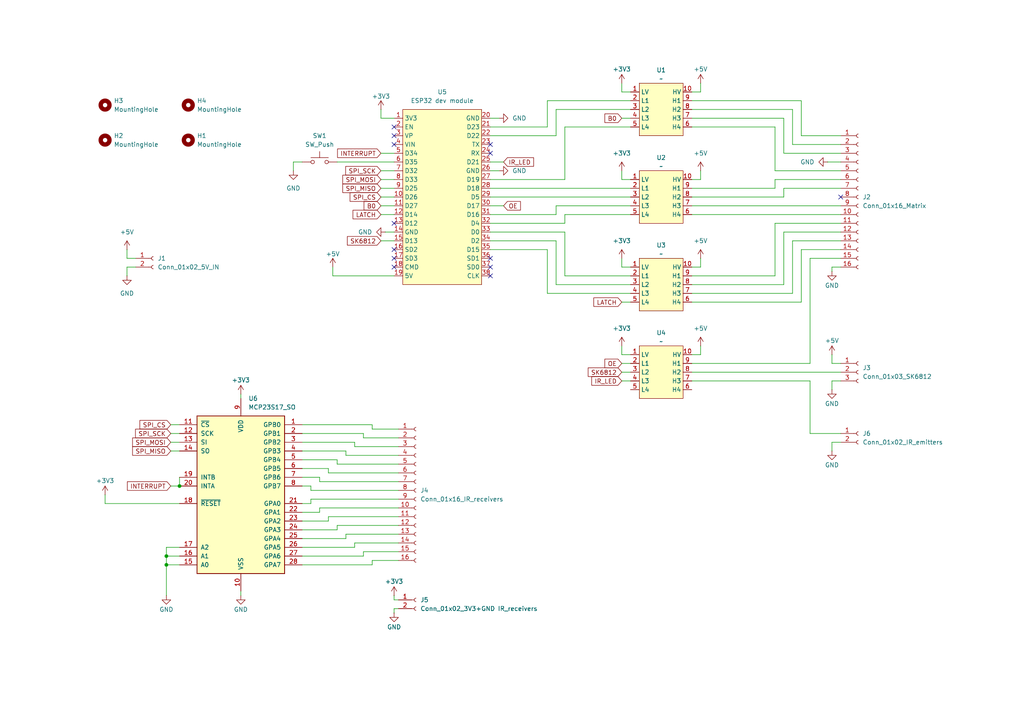
<source format=kicad_sch>
(kicad_sch
	(version 20231120)
	(generator "eeschema")
	(generator_version "8.0")
	(uuid "ded51f2e-2e29-4442-bf4f-1a09041ba60b")
	(paper "A4")
	(lib_symbols
		(symbol "Connector:Conn_01x02_Socket"
			(pin_names
				(offset 1.016) hide)
			(exclude_from_sim no)
			(in_bom yes)
			(on_board yes)
			(property "Reference" "J"
				(at 0 2.54 0)
				(effects
					(font
						(size 1.27 1.27)
					)
				)
			)
			(property "Value" "Conn_01x02_Socket"
				(at 0 -5.08 0)
				(effects
					(font
						(size 1.27 1.27)
					)
				)
			)
			(property "Footprint" ""
				(at 0 0 0)
				(effects
					(font
						(size 1.27 1.27)
					)
					(hide yes)
				)
			)
			(property "Datasheet" "~"
				(at 0 0 0)
				(effects
					(font
						(size 1.27 1.27)
					)
					(hide yes)
				)
			)
			(property "Description" "Generic connector, single row, 01x02, script generated"
				(at 0 0 0)
				(effects
					(font
						(size 1.27 1.27)
					)
					(hide yes)
				)
			)
			(property "ki_locked" ""
				(at 0 0 0)
				(effects
					(font
						(size 1.27 1.27)
					)
				)
			)
			(property "ki_keywords" "connector"
				(at 0 0 0)
				(effects
					(font
						(size 1.27 1.27)
					)
					(hide yes)
				)
			)
			(property "ki_fp_filters" "Connector*:*_1x??_*"
				(at 0 0 0)
				(effects
					(font
						(size 1.27 1.27)
					)
					(hide yes)
				)
			)
			(symbol "Conn_01x02_Socket_1_1"
				(arc
					(start 0 -2.032)
					(mid -0.5058 -2.54)
					(end 0 -3.048)
					(stroke
						(width 0.1524)
						(type default)
					)
					(fill
						(type none)
					)
				)
				(polyline
					(pts
						(xy -1.27 -2.54) (xy -0.508 -2.54)
					)
					(stroke
						(width 0.1524)
						(type default)
					)
					(fill
						(type none)
					)
				)
				(polyline
					(pts
						(xy -1.27 0) (xy -0.508 0)
					)
					(stroke
						(width 0.1524)
						(type default)
					)
					(fill
						(type none)
					)
				)
				(arc
					(start 0 0.508)
					(mid -0.5058 0)
					(end 0 -0.508)
					(stroke
						(width 0.1524)
						(type default)
					)
					(fill
						(type none)
					)
				)
				(pin passive line
					(at -5.08 0 0)
					(length 3.81)
					(name "Pin_1"
						(effects
							(font
								(size 1.27 1.27)
							)
						)
					)
					(number "1"
						(effects
							(font
								(size 1.27 1.27)
							)
						)
					)
				)
				(pin passive line
					(at -5.08 -2.54 0)
					(length 3.81)
					(name "Pin_2"
						(effects
							(font
								(size 1.27 1.27)
							)
						)
					)
					(number "2"
						(effects
							(font
								(size 1.27 1.27)
							)
						)
					)
				)
			)
		)
		(symbol "Connector:Conn_01x03_Socket"
			(pin_names
				(offset 1.016) hide)
			(exclude_from_sim no)
			(in_bom yes)
			(on_board yes)
			(property "Reference" "J"
				(at 0 5.08 0)
				(effects
					(font
						(size 1.27 1.27)
					)
				)
			)
			(property "Value" "Conn_01x03_Socket"
				(at 0 -5.08 0)
				(effects
					(font
						(size 1.27 1.27)
					)
				)
			)
			(property "Footprint" ""
				(at 0 0 0)
				(effects
					(font
						(size 1.27 1.27)
					)
					(hide yes)
				)
			)
			(property "Datasheet" "~"
				(at 0 0 0)
				(effects
					(font
						(size 1.27 1.27)
					)
					(hide yes)
				)
			)
			(property "Description" "Generic connector, single row, 01x03, script generated"
				(at 0 0 0)
				(effects
					(font
						(size 1.27 1.27)
					)
					(hide yes)
				)
			)
			(property "ki_locked" ""
				(at 0 0 0)
				(effects
					(font
						(size 1.27 1.27)
					)
				)
			)
			(property "ki_keywords" "connector"
				(at 0 0 0)
				(effects
					(font
						(size 1.27 1.27)
					)
					(hide yes)
				)
			)
			(property "ki_fp_filters" "Connector*:*_1x??_*"
				(at 0 0 0)
				(effects
					(font
						(size 1.27 1.27)
					)
					(hide yes)
				)
			)
			(symbol "Conn_01x03_Socket_1_1"
				(arc
					(start 0 -2.032)
					(mid -0.5058 -2.54)
					(end 0 -3.048)
					(stroke
						(width 0.1524)
						(type default)
					)
					(fill
						(type none)
					)
				)
				(polyline
					(pts
						(xy -1.27 -2.54) (xy -0.508 -2.54)
					)
					(stroke
						(width 0.1524)
						(type default)
					)
					(fill
						(type none)
					)
				)
				(polyline
					(pts
						(xy -1.27 0) (xy -0.508 0)
					)
					(stroke
						(width 0.1524)
						(type default)
					)
					(fill
						(type none)
					)
				)
				(polyline
					(pts
						(xy -1.27 2.54) (xy -0.508 2.54)
					)
					(stroke
						(width 0.1524)
						(type default)
					)
					(fill
						(type none)
					)
				)
				(arc
					(start 0 0.508)
					(mid -0.5058 0)
					(end 0 -0.508)
					(stroke
						(width 0.1524)
						(type default)
					)
					(fill
						(type none)
					)
				)
				(arc
					(start 0 3.048)
					(mid -0.5058 2.54)
					(end 0 2.032)
					(stroke
						(width 0.1524)
						(type default)
					)
					(fill
						(type none)
					)
				)
				(pin passive line
					(at -5.08 2.54 0)
					(length 3.81)
					(name "Pin_1"
						(effects
							(font
								(size 1.27 1.27)
							)
						)
					)
					(number "1"
						(effects
							(font
								(size 1.27 1.27)
							)
						)
					)
				)
				(pin passive line
					(at -5.08 0 0)
					(length 3.81)
					(name "Pin_2"
						(effects
							(font
								(size 1.27 1.27)
							)
						)
					)
					(number "2"
						(effects
							(font
								(size 1.27 1.27)
							)
						)
					)
				)
				(pin passive line
					(at -5.08 -2.54 0)
					(length 3.81)
					(name "Pin_3"
						(effects
							(font
								(size 1.27 1.27)
							)
						)
					)
					(number "3"
						(effects
							(font
								(size 1.27 1.27)
							)
						)
					)
				)
			)
		)
		(symbol "Connector:Conn_01x16_Socket"
			(pin_names
				(offset 1.016) hide)
			(exclude_from_sim no)
			(in_bom yes)
			(on_board yes)
			(property "Reference" "J"
				(at 0 20.32 0)
				(effects
					(font
						(size 1.27 1.27)
					)
				)
			)
			(property "Value" "Conn_01x16_Socket"
				(at 0 -22.86 0)
				(effects
					(font
						(size 1.27 1.27)
					)
				)
			)
			(property "Footprint" ""
				(at 0 0 0)
				(effects
					(font
						(size 1.27 1.27)
					)
					(hide yes)
				)
			)
			(property "Datasheet" "~"
				(at 0 0 0)
				(effects
					(font
						(size 1.27 1.27)
					)
					(hide yes)
				)
			)
			(property "Description" "Generic connector, single row, 01x16, script generated"
				(at 0 0 0)
				(effects
					(font
						(size 1.27 1.27)
					)
					(hide yes)
				)
			)
			(property "ki_locked" ""
				(at 0 0 0)
				(effects
					(font
						(size 1.27 1.27)
					)
				)
			)
			(property "ki_keywords" "connector"
				(at 0 0 0)
				(effects
					(font
						(size 1.27 1.27)
					)
					(hide yes)
				)
			)
			(property "ki_fp_filters" "Connector*:*_1x??_*"
				(at 0 0 0)
				(effects
					(font
						(size 1.27 1.27)
					)
					(hide yes)
				)
			)
			(symbol "Conn_01x16_Socket_1_1"
				(arc
					(start 0 -19.812)
					(mid -0.5058 -20.32)
					(end 0 -20.828)
					(stroke
						(width 0.1524)
						(type default)
					)
					(fill
						(type none)
					)
				)
				(arc
					(start 0 -17.272)
					(mid -0.5058 -17.78)
					(end 0 -18.288)
					(stroke
						(width 0.1524)
						(type default)
					)
					(fill
						(type none)
					)
				)
				(arc
					(start 0 -14.732)
					(mid -0.5058 -15.24)
					(end 0 -15.748)
					(stroke
						(width 0.1524)
						(type default)
					)
					(fill
						(type none)
					)
				)
				(arc
					(start 0 -12.192)
					(mid -0.5058 -12.7)
					(end 0 -13.208)
					(stroke
						(width 0.1524)
						(type default)
					)
					(fill
						(type none)
					)
				)
				(arc
					(start 0 -9.652)
					(mid -0.5058 -10.16)
					(end 0 -10.668)
					(stroke
						(width 0.1524)
						(type default)
					)
					(fill
						(type none)
					)
				)
				(arc
					(start 0 -7.112)
					(mid -0.5058 -7.62)
					(end 0 -8.128)
					(stroke
						(width 0.1524)
						(type default)
					)
					(fill
						(type none)
					)
				)
				(arc
					(start 0 -4.572)
					(mid -0.5058 -5.08)
					(end 0 -5.588)
					(stroke
						(width 0.1524)
						(type default)
					)
					(fill
						(type none)
					)
				)
				(arc
					(start 0 -2.032)
					(mid -0.5058 -2.54)
					(end 0 -3.048)
					(stroke
						(width 0.1524)
						(type default)
					)
					(fill
						(type none)
					)
				)
				(polyline
					(pts
						(xy -1.27 -20.32) (xy -0.508 -20.32)
					)
					(stroke
						(width 0.1524)
						(type default)
					)
					(fill
						(type none)
					)
				)
				(polyline
					(pts
						(xy -1.27 -17.78) (xy -0.508 -17.78)
					)
					(stroke
						(width 0.1524)
						(type default)
					)
					(fill
						(type none)
					)
				)
				(polyline
					(pts
						(xy -1.27 -15.24) (xy -0.508 -15.24)
					)
					(stroke
						(width 0.1524)
						(type default)
					)
					(fill
						(type none)
					)
				)
				(polyline
					(pts
						(xy -1.27 -12.7) (xy -0.508 -12.7)
					)
					(stroke
						(width 0.1524)
						(type default)
					)
					(fill
						(type none)
					)
				)
				(polyline
					(pts
						(xy -1.27 -10.16) (xy -0.508 -10.16)
					)
					(stroke
						(width 0.1524)
						(type default)
					)
					(fill
						(type none)
					)
				)
				(polyline
					(pts
						(xy -1.27 -7.62) (xy -0.508 -7.62)
					)
					(stroke
						(width 0.1524)
						(type default)
					)
					(fill
						(type none)
					)
				)
				(polyline
					(pts
						(xy -1.27 -5.08) (xy -0.508 -5.08)
					)
					(stroke
						(width 0.1524)
						(type default)
					)
					(fill
						(type none)
					)
				)
				(polyline
					(pts
						(xy -1.27 -2.54) (xy -0.508 -2.54)
					)
					(stroke
						(width 0.1524)
						(type default)
					)
					(fill
						(type none)
					)
				)
				(polyline
					(pts
						(xy -1.27 0) (xy -0.508 0)
					)
					(stroke
						(width 0.1524)
						(type default)
					)
					(fill
						(type none)
					)
				)
				(polyline
					(pts
						(xy -1.27 2.54) (xy -0.508 2.54)
					)
					(stroke
						(width 0.1524)
						(type default)
					)
					(fill
						(type none)
					)
				)
				(polyline
					(pts
						(xy -1.27 5.08) (xy -0.508 5.08)
					)
					(stroke
						(width 0.1524)
						(type default)
					)
					(fill
						(type none)
					)
				)
				(polyline
					(pts
						(xy -1.27 7.62) (xy -0.508 7.62)
					)
					(stroke
						(width 0.1524)
						(type default)
					)
					(fill
						(type none)
					)
				)
				(polyline
					(pts
						(xy -1.27 10.16) (xy -0.508 10.16)
					)
					(stroke
						(width 0.1524)
						(type default)
					)
					(fill
						(type none)
					)
				)
				(polyline
					(pts
						(xy -1.27 12.7) (xy -0.508 12.7)
					)
					(stroke
						(width 0.1524)
						(type default)
					)
					(fill
						(type none)
					)
				)
				(polyline
					(pts
						(xy -1.27 15.24) (xy -0.508 15.24)
					)
					(stroke
						(width 0.1524)
						(type default)
					)
					(fill
						(type none)
					)
				)
				(polyline
					(pts
						(xy -1.27 17.78) (xy -0.508 17.78)
					)
					(stroke
						(width 0.1524)
						(type default)
					)
					(fill
						(type none)
					)
				)
				(arc
					(start 0 0.508)
					(mid -0.5058 0)
					(end 0 -0.508)
					(stroke
						(width 0.1524)
						(type default)
					)
					(fill
						(type none)
					)
				)
				(arc
					(start 0 3.048)
					(mid -0.5058 2.54)
					(end 0 2.032)
					(stroke
						(width 0.1524)
						(type default)
					)
					(fill
						(type none)
					)
				)
				(arc
					(start 0 5.588)
					(mid -0.5058 5.08)
					(end 0 4.572)
					(stroke
						(width 0.1524)
						(type default)
					)
					(fill
						(type none)
					)
				)
				(arc
					(start 0 8.128)
					(mid -0.5058 7.62)
					(end 0 7.112)
					(stroke
						(width 0.1524)
						(type default)
					)
					(fill
						(type none)
					)
				)
				(arc
					(start 0 10.668)
					(mid -0.5058 10.16)
					(end 0 9.652)
					(stroke
						(width 0.1524)
						(type default)
					)
					(fill
						(type none)
					)
				)
				(arc
					(start 0 13.208)
					(mid -0.5058 12.7)
					(end 0 12.192)
					(stroke
						(width 0.1524)
						(type default)
					)
					(fill
						(type none)
					)
				)
				(arc
					(start 0 15.748)
					(mid -0.5058 15.24)
					(end 0 14.732)
					(stroke
						(width 0.1524)
						(type default)
					)
					(fill
						(type none)
					)
				)
				(arc
					(start 0 18.288)
					(mid -0.5058 17.78)
					(end 0 17.272)
					(stroke
						(width 0.1524)
						(type default)
					)
					(fill
						(type none)
					)
				)
				(pin passive line
					(at -5.08 17.78 0)
					(length 3.81)
					(name "Pin_1"
						(effects
							(font
								(size 1.27 1.27)
							)
						)
					)
					(number "1"
						(effects
							(font
								(size 1.27 1.27)
							)
						)
					)
				)
				(pin passive line
					(at -5.08 -5.08 0)
					(length 3.81)
					(name "Pin_10"
						(effects
							(font
								(size 1.27 1.27)
							)
						)
					)
					(number "10"
						(effects
							(font
								(size 1.27 1.27)
							)
						)
					)
				)
				(pin passive line
					(at -5.08 -7.62 0)
					(length 3.81)
					(name "Pin_11"
						(effects
							(font
								(size 1.27 1.27)
							)
						)
					)
					(number "11"
						(effects
							(font
								(size 1.27 1.27)
							)
						)
					)
				)
				(pin passive line
					(at -5.08 -10.16 0)
					(length 3.81)
					(name "Pin_12"
						(effects
							(font
								(size 1.27 1.27)
							)
						)
					)
					(number "12"
						(effects
							(font
								(size 1.27 1.27)
							)
						)
					)
				)
				(pin passive line
					(at -5.08 -12.7 0)
					(length 3.81)
					(name "Pin_13"
						(effects
							(font
								(size 1.27 1.27)
							)
						)
					)
					(number "13"
						(effects
							(font
								(size 1.27 1.27)
							)
						)
					)
				)
				(pin passive line
					(at -5.08 -15.24 0)
					(length 3.81)
					(name "Pin_14"
						(effects
							(font
								(size 1.27 1.27)
							)
						)
					)
					(number "14"
						(effects
							(font
								(size 1.27 1.27)
							)
						)
					)
				)
				(pin passive line
					(at -5.08 -17.78 0)
					(length 3.81)
					(name "Pin_15"
						(effects
							(font
								(size 1.27 1.27)
							)
						)
					)
					(number "15"
						(effects
							(font
								(size 1.27 1.27)
							)
						)
					)
				)
				(pin passive line
					(at -5.08 -20.32 0)
					(length 3.81)
					(name "Pin_16"
						(effects
							(font
								(size 1.27 1.27)
							)
						)
					)
					(number "16"
						(effects
							(font
								(size 1.27 1.27)
							)
						)
					)
				)
				(pin passive line
					(at -5.08 15.24 0)
					(length 3.81)
					(name "Pin_2"
						(effects
							(font
								(size 1.27 1.27)
							)
						)
					)
					(number "2"
						(effects
							(font
								(size 1.27 1.27)
							)
						)
					)
				)
				(pin passive line
					(at -5.08 12.7 0)
					(length 3.81)
					(name "Pin_3"
						(effects
							(font
								(size 1.27 1.27)
							)
						)
					)
					(number "3"
						(effects
							(font
								(size 1.27 1.27)
							)
						)
					)
				)
				(pin passive line
					(at -5.08 10.16 0)
					(length 3.81)
					(name "Pin_4"
						(effects
							(font
								(size 1.27 1.27)
							)
						)
					)
					(number "4"
						(effects
							(font
								(size 1.27 1.27)
							)
						)
					)
				)
				(pin passive line
					(at -5.08 7.62 0)
					(length 3.81)
					(name "Pin_5"
						(effects
							(font
								(size 1.27 1.27)
							)
						)
					)
					(number "5"
						(effects
							(font
								(size 1.27 1.27)
							)
						)
					)
				)
				(pin passive line
					(at -5.08 5.08 0)
					(length 3.81)
					(name "Pin_6"
						(effects
							(font
								(size 1.27 1.27)
							)
						)
					)
					(number "6"
						(effects
							(font
								(size 1.27 1.27)
							)
						)
					)
				)
				(pin passive line
					(at -5.08 2.54 0)
					(length 3.81)
					(name "Pin_7"
						(effects
							(font
								(size 1.27 1.27)
							)
						)
					)
					(number "7"
						(effects
							(font
								(size 1.27 1.27)
							)
						)
					)
				)
				(pin passive line
					(at -5.08 0 0)
					(length 3.81)
					(name "Pin_8"
						(effects
							(font
								(size 1.27 1.27)
							)
						)
					)
					(number "8"
						(effects
							(font
								(size 1.27 1.27)
							)
						)
					)
				)
				(pin passive line
					(at -5.08 -2.54 0)
					(length 3.81)
					(name "Pin_9"
						(effects
							(font
								(size 1.27 1.27)
							)
						)
					)
					(number "9"
						(effects
							(font
								(size 1.27 1.27)
							)
						)
					)
				)
			)
		)
		(symbol "Interface_Expansion:MCP23S17_SO"
			(pin_names
				(offset 1.016)
			)
			(exclude_from_sim no)
			(in_bom yes)
			(on_board yes)
			(property "Reference" "U"
				(at -11.43 24.13 0)
				(effects
					(font
						(size 1.27 1.27)
					)
				)
			)
			(property "Value" "MCP23S17_SO"
				(at 0 0 0)
				(effects
					(font
						(size 1.27 1.27)
					)
				)
			)
			(property "Footprint" "Package_SO:SOIC-28W_7.5x17.9mm_P1.27mm"
				(at 5.08 -25.4 0)
				(effects
					(font
						(size 1.27 1.27)
					)
					(justify left)
					(hide yes)
				)
			)
			(property "Datasheet" "http://ww1.microchip.com/downloads/en/DeviceDoc/20001952C.pdf"
				(at 5.08 -27.94 0)
				(effects
					(font
						(size 1.27 1.27)
					)
					(justify left)
					(hide yes)
				)
			)
			(property "Description" "16-bit I/O expander, SPI, interrupts, w pull-ups, SOIC-28"
				(at 0 0 0)
				(effects
					(font
						(size 1.27 1.27)
					)
					(hide yes)
				)
			)
			(property "ki_keywords" "SPI parallel port expander"
				(at 0 0 0)
				(effects
					(font
						(size 1.27 1.27)
					)
					(hide yes)
				)
			)
			(property "ki_fp_filters" "SOIC*7.5x17.9mm*P1.27mm*"
				(at 0 0 0)
				(effects
					(font
						(size 1.27 1.27)
					)
					(hide yes)
				)
			)
			(symbol "MCP23S17_SO_0_1"
				(rectangle
					(start -12.7 22.86)
					(end 12.7 -22.86)
					(stroke
						(width 0.254)
						(type default)
					)
					(fill
						(type background)
					)
				)
			)
			(symbol "MCP23S17_SO_1_1"
				(pin bidirectional line
					(at 17.78 20.32 180)
					(length 5.08)
					(name "GPB0"
						(effects
							(font
								(size 1.27 1.27)
							)
						)
					)
					(number "1"
						(effects
							(font
								(size 1.27 1.27)
							)
						)
					)
				)
				(pin power_in line
					(at 0 -27.94 90)
					(length 5.08)
					(name "VSS"
						(effects
							(font
								(size 1.27 1.27)
							)
						)
					)
					(number "10"
						(effects
							(font
								(size 1.27 1.27)
							)
						)
					)
				)
				(pin input line
					(at -17.78 20.32 0)
					(length 5.08)
					(name "~{CS}"
						(effects
							(font
								(size 1.27 1.27)
							)
						)
					)
					(number "11"
						(effects
							(font
								(size 1.27 1.27)
							)
						)
					)
				)
				(pin input line
					(at -17.78 17.78 0)
					(length 5.08)
					(name "SCK"
						(effects
							(font
								(size 1.27 1.27)
							)
						)
					)
					(number "12"
						(effects
							(font
								(size 1.27 1.27)
							)
						)
					)
				)
				(pin input line
					(at -17.78 15.24 0)
					(length 5.08)
					(name "SI"
						(effects
							(font
								(size 1.27 1.27)
							)
						)
					)
					(number "13"
						(effects
							(font
								(size 1.27 1.27)
							)
						)
					)
				)
				(pin output line
					(at -17.78 12.7 0)
					(length 5.08)
					(name "SO"
						(effects
							(font
								(size 1.27 1.27)
							)
						)
					)
					(number "14"
						(effects
							(font
								(size 1.27 1.27)
							)
						)
					)
				)
				(pin input line
					(at -17.78 -20.32 0)
					(length 5.08)
					(name "A0"
						(effects
							(font
								(size 1.27 1.27)
							)
						)
					)
					(number "15"
						(effects
							(font
								(size 1.27 1.27)
							)
						)
					)
				)
				(pin input line
					(at -17.78 -17.78 0)
					(length 5.08)
					(name "A1"
						(effects
							(font
								(size 1.27 1.27)
							)
						)
					)
					(number "16"
						(effects
							(font
								(size 1.27 1.27)
							)
						)
					)
				)
				(pin input line
					(at -17.78 -15.24 0)
					(length 5.08)
					(name "A2"
						(effects
							(font
								(size 1.27 1.27)
							)
						)
					)
					(number "17"
						(effects
							(font
								(size 1.27 1.27)
							)
						)
					)
				)
				(pin input line
					(at -17.78 -2.54 0)
					(length 5.08)
					(name "~{RESET}"
						(effects
							(font
								(size 1.27 1.27)
							)
						)
					)
					(number "18"
						(effects
							(font
								(size 1.27 1.27)
							)
						)
					)
				)
				(pin tri_state line
					(at -17.78 5.08 0)
					(length 5.08)
					(name "INTB"
						(effects
							(font
								(size 1.27 1.27)
							)
						)
					)
					(number "19"
						(effects
							(font
								(size 1.27 1.27)
							)
						)
					)
				)
				(pin bidirectional line
					(at 17.78 17.78 180)
					(length 5.08)
					(name "GPB1"
						(effects
							(font
								(size 1.27 1.27)
							)
						)
					)
					(number "2"
						(effects
							(font
								(size 1.27 1.27)
							)
						)
					)
				)
				(pin tri_state line
					(at -17.78 2.54 0)
					(length 5.08)
					(name "INTA"
						(effects
							(font
								(size 1.27 1.27)
							)
						)
					)
					(number "20"
						(effects
							(font
								(size 1.27 1.27)
							)
						)
					)
				)
				(pin bidirectional line
					(at 17.78 -2.54 180)
					(length 5.08)
					(name "GPA0"
						(effects
							(font
								(size 1.27 1.27)
							)
						)
					)
					(number "21"
						(effects
							(font
								(size 1.27 1.27)
							)
						)
					)
				)
				(pin bidirectional line
					(at 17.78 -5.08 180)
					(length 5.08)
					(name "GPA1"
						(effects
							(font
								(size 1.27 1.27)
							)
						)
					)
					(number "22"
						(effects
							(font
								(size 1.27 1.27)
							)
						)
					)
				)
				(pin bidirectional line
					(at 17.78 -7.62 180)
					(length 5.08)
					(name "GPA2"
						(effects
							(font
								(size 1.27 1.27)
							)
						)
					)
					(number "23"
						(effects
							(font
								(size 1.27 1.27)
							)
						)
					)
				)
				(pin bidirectional line
					(at 17.78 -10.16 180)
					(length 5.08)
					(name "GPA3"
						(effects
							(font
								(size 1.27 1.27)
							)
						)
					)
					(number "24"
						(effects
							(font
								(size 1.27 1.27)
							)
						)
					)
				)
				(pin bidirectional line
					(at 17.78 -12.7 180)
					(length 5.08)
					(name "GPA4"
						(effects
							(font
								(size 1.27 1.27)
							)
						)
					)
					(number "25"
						(effects
							(font
								(size 1.27 1.27)
							)
						)
					)
				)
				(pin bidirectional line
					(at 17.78 -15.24 180)
					(length 5.08)
					(name "GPA5"
						(effects
							(font
								(size 1.27 1.27)
							)
						)
					)
					(number "26"
						(effects
							(font
								(size 1.27 1.27)
							)
						)
					)
				)
				(pin bidirectional line
					(at 17.78 -17.78 180)
					(length 5.08)
					(name "GPA6"
						(effects
							(font
								(size 1.27 1.27)
							)
						)
					)
					(number "27"
						(effects
							(font
								(size 1.27 1.27)
							)
						)
					)
				)
				(pin bidirectional line
					(at 17.78 -20.32 180)
					(length 5.08)
					(name "GPA7"
						(effects
							(font
								(size 1.27 1.27)
							)
						)
					)
					(number "28"
						(effects
							(font
								(size 1.27 1.27)
							)
						)
					)
				)
				(pin bidirectional line
					(at 17.78 15.24 180)
					(length 5.08)
					(name "GPB2"
						(effects
							(font
								(size 1.27 1.27)
							)
						)
					)
					(number "3"
						(effects
							(font
								(size 1.27 1.27)
							)
						)
					)
				)
				(pin bidirectional line
					(at 17.78 12.7 180)
					(length 5.08)
					(name "GPB3"
						(effects
							(font
								(size 1.27 1.27)
							)
						)
					)
					(number "4"
						(effects
							(font
								(size 1.27 1.27)
							)
						)
					)
				)
				(pin bidirectional line
					(at 17.78 10.16 180)
					(length 5.08)
					(name "GPB4"
						(effects
							(font
								(size 1.27 1.27)
							)
						)
					)
					(number "5"
						(effects
							(font
								(size 1.27 1.27)
							)
						)
					)
				)
				(pin bidirectional line
					(at 17.78 7.62 180)
					(length 5.08)
					(name "GPB5"
						(effects
							(font
								(size 1.27 1.27)
							)
						)
					)
					(number "6"
						(effects
							(font
								(size 1.27 1.27)
							)
						)
					)
				)
				(pin bidirectional line
					(at 17.78 5.08 180)
					(length 5.08)
					(name "GPB6"
						(effects
							(font
								(size 1.27 1.27)
							)
						)
					)
					(number "7"
						(effects
							(font
								(size 1.27 1.27)
							)
						)
					)
				)
				(pin bidirectional line
					(at 17.78 2.54 180)
					(length 5.08)
					(name "GPB7"
						(effects
							(font
								(size 1.27 1.27)
							)
						)
					)
					(number "8"
						(effects
							(font
								(size 1.27 1.27)
							)
						)
					)
				)
				(pin power_in line
					(at 0 27.94 270)
					(length 5.08)
					(name "VDD"
						(effects
							(font
								(size 1.27 1.27)
							)
						)
					)
					(number "9"
						(effects
							(font
								(size 1.27 1.27)
							)
						)
					)
				)
			)
		)
		(symbol "Mechanical:MountingHole"
			(pin_names
				(offset 1.016)
			)
			(exclude_from_sim yes)
			(in_bom no)
			(on_board yes)
			(property "Reference" "H"
				(at 0 5.08 0)
				(effects
					(font
						(size 1.27 1.27)
					)
				)
			)
			(property "Value" "MountingHole"
				(at 0 3.175 0)
				(effects
					(font
						(size 1.27 1.27)
					)
				)
			)
			(property "Footprint" ""
				(at 0 0 0)
				(effects
					(font
						(size 1.27 1.27)
					)
					(hide yes)
				)
			)
			(property "Datasheet" "~"
				(at 0 0 0)
				(effects
					(font
						(size 1.27 1.27)
					)
					(hide yes)
				)
			)
			(property "Description" "Mounting Hole without connection"
				(at 0 0 0)
				(effects
					(font
						(size 1.27 1.27)
					)
					(hide yes)
				)
			)
			(property "ki_keywords" "mounting hole"
				(at 0 0 0)
				(effects
					(font
						(size 1.27 1.27)
					)
					(hide yes)
				)
			)
			(property "ki_fp_filters" "MountingHole*"
				(at 0 0 0)
				(effects
					(font
						(size 1.27 1.27)
					)
					(hide yes)
				)
			)
			(symbol "MountingHole_0_1"
				(circle
					(center 0 0)
					(radius 1.27)
					(stroke
						(width 1.27)
						(type default)
					)
					(fill
						(type none)
					)
				)
			)
		)
		(symbol "Switch:SW_Push"
			(pin_numbers hide)
			(pin_names
				(offset 1.016) hide)
			(exclude_from_sim no)
			(in_bom yes)
			(on_board yes)
			(property "Reference" "SW"
				(at 1.27 2.54 0)
				(effects
					(font
						(size 1.27 1.27)
					)
					(justify left)
				)
			)
			(property "Value" "SW_Push"
				(at 0 -1.524 0)
				(effects
					(font
						(size 1.27 1.27)
					)
				)
			)
			(property "Footprint" ""
				(at 0 5.08 0)
				(effects
					(font
						(size 1.27 1.27)
					)
					(hide yes)
				)
			)
			(property "Datasheet" "~"
				(at 0 5.08 0)
				(effects
					(font
						(size 1.27 1.27)
					)
					(hide yes)
				)
			)
			(property "Description" "Push button switch, generic, two pins"
				(at 0 0 0)
				(effects
					(font
						(size 1.27 1.27)
					)
					(hide yes)
				)
			)
			(property "ki_keywords" "switch normally-open pushbutton push-button"
				(at 0 0 0)
				(effects
					(font
						(size 1.27 1.27)
					)
					(hide yes)
				)
			)
			(symbol "SW_Push_0_1"
				(circle
					(center -2.032 0)
					(radius 0.508)
					(stroke
						(width 0)
						(type default)
					)
					(fill
						(type none)
					)
				)
				(polyline
					(pts
						(xy 0 1.27) (xy 0 3.048)
					)
					(stroke
						(width 0)
						(type default)
					)
					(fill
						(type none)
					)
				)
				(polyline
					(pts
						(xy 2.54 1.27) (xy -2.54 1.27)
					)
					(stroke
						(width 0)
						(type default)
					)
					(fill
						(type none)
					)
				)
				(circle
					(center 2.032 0)
					(radius 0.508)
					(stroke
						(width 0)
						(type default)
					)
					(fill
						(type none)
					)
				)
				(pin passive line
					(at -5.08 0 0)
					(length 2.54)
					(name "1"
						(effects
							(font
								(size 1.27 1.27)
							)
						)
					)
					(number "1"
						(effects
							(font
								(size 1.27 1.27)
							)
						)
					)
				)
				(pin passive line
					(at 5.08 0 180)
					(length 2.54)
					(name "2"
						(effects
							(font
								(size 1.27 1.27)
							)
						)
					)
					(number "2"
						(effects
							(font
								(size 1.27 1.27)
							)
						)
					)
				)
			)
		)
		(symbol "power:+3V3"
			(power)
			(pin_numbers hide)
			(pin_names
				(offset 0) hide)
			(exclude_from_sim no)
			(in_bom yes)
			(on_board yes)
			(property "Reference" "#PWR"
				(at 0 -3.81 0)
				(effects
					(font
						(size 1.27 1.27)
					)
					(hide yes)
				)
			)
			(property "Value" "+3V3"
				(at 0 3.556 0)
				(effects
					(font
						(size 1.27 1.27)
					)
				)
			)
			(property "Footprint" ""
				(at 0 0 0)
				(effects
					(font
						(size 1.27 1.27)
					)
					(hide yes)
				)
			)
			(property "Datasheet" ""
				(at 0 0 0)
				(effects
					(font
						(size 1.27 1.27)
					)
					(hide yes)
				)
			)
			(property "Description" "Power symbol creates a global label with name \"+3V3\""
				(at 0 0 0)
				(effects
					(font
						(size 1.27 1.27)
					)
					(hide yes)
				)
			)
			(property "ki_keywords" "global power"
				(at 0 0 0)
				(effects
					(font
						(size 1.27 1.27)
					)
					(hide yes)
				)
			)
			(symbol "+3V3_0_1"
				(polyline
					(pts
						(xy -0.762 1.27) (xy 0 2.54)
					)
					(stroke
						(width 0)
						(type default)
					)
					(fill
						(type none)
					)
				)
				(polyline
					(pts
						(xy 0 0) (xy 0 2.54)
					)
					(stroke
						(width 0)
						(type default)
					)
					(fill
						(type none)
					)
				)
				(polyline
					(pts
						(xy 0 2.54) (xy 0.762 1.27)
					)
					(stroke
						(width 0)
						(type default)
					)
					(fill
						(type none)
					)
				)
			)
			(symbol "+3V3_1_1"
				(pin power_in line
					(at 0 0 90)
					(length 0)
					(name "~"
						(effects
							(font
								(size 1.27 1.27)
							)
						)
					)
					(number "1"
						(effects
							(font
								(size 1.27 1.27)
							)
						)
					)
				)
			)
		)
		(symbol "power:+5V"
			(power)
			(pin_numbers hide)
			(pin_names
				(offset 0) hide)
			(exclude_from_sim no)
			(in_bom yes)
			(on_board yes)
			(property "Reference" "#PWR"
				(at 0 -3.81 0)
				(effects
					(font
						(size 1.27 1.27)
					)
					(hide yes)
				)
			)
			(property "Value" "+5V"
				(at 0 3.556 0)
				(effects
					(font
						(size 1.27 1.27)
					)
				)
			)
			(property "Footprint" ""
				(at 0 0 0)
				(effects
					(font
						(size 1.27 1.27)
					)
					(hide yes)
				)
			)
			(property "Datasheet" ""
				(at 0 0 0)
				(effects
					(font
						(size 1.27 1.27)
					)
					(hide yes)
				)
			)
			(property "Description" "Power symbol creates a global label with name \"+5V\""
				(at 0 0 0)
				(effects
					(font
						(size 1.27 1.27)
					)
					(hide yes)
				)
			)
			(property "ki_keywords" "global power"
				(at 0 0 0)
				(effects
					(font
						(size 1.27 1.27)
					)
					(hide yes)
				)
			)
			(symbol "+5V_0_1"
				(polyline
					(pts
						(xy -0.762 1.27) (xy 0 2.54)
					)
					(stroke
						(width 0)
						(type default)
					)
					(fill
						(type none)
					)
				)
				(polyline
					(pts
						(xy 0 0) (xy 0 2.54)
					)
					(stroke
						(width 0)
						(type default)
					)
					(fill
						(type none)
					)
				)
				(polyline
					(pts
						(xy 0 2.54) (xy 0.762 1.27)
					)
					(stroke
						(width 0)
						(type default)
					)
					(fill
						(type none)
					)
				)
			)
			(symbol "+5V_1_1"
				(pin power_in line
					(at 0 0 90)
					(length 0)
					(name "~"
						(effects
							(font
								(size 1.27 1.27)
							)
						)
					)
					(number "1"
						(effects
							(font
								(size 1.27 1.27)
							)
						)
					)
				)
			)
		)
		(symbol "power:GND"
			(power)
			(pin_numbers hide)
			(pin_names
				(offset 0) hide)
			(exclude_from_sim no)
			(in_bom yes)
			(on_board yes)
			(property "Reference" "#PWR"
				(at 0 -6.35 0)
				(effects
					(font
						(size 1.27 1.27)
					)
					(hide yes)
				)
			)
			(property "Value" "GND"
				(at 0 -3.81 0)
				(effects
					(font
						(size 1.27 1.27)
					)
				)
			)
			(property "Footprint" ""
				(at 0 0 0)
				(effects
					(font
						(size 1.27 1.27)
					)
					(hide yes)
				)
			)
			(property "Datasheet" ""
				(at 0 0 0)
				(effects
					(font
						(size 1.27 1.27)
					)
					(hide yes)
				)
			)
			(property "Description" "Power symbol creates a global label with name \"GND\" , ground"
				(at 0 0 0)
				(effects
					(font
						(size 1.27 1.27)
					)
					(hide yes)
				)
			)
			(property "ki_keywords" "global power"
				(at 0 0 0)
				(effects
					(font
						(size 1.27 1.27)
					)
					(hide yes)
				)
			)
			(symbol "GND_0_1"
				(polyline
					(pts
						(xy 0 0) (xy 0 -1.27) (xy 1.27 -1.27) (xy 0 -2.54) (xy -1.27 -1.27) (xy 0 -1.27)
					)
					(stroke
						(width 0)
						(type default)
					)
					(fill
						(type none)
					)
				)
			)
			(symbol "GND_1_1"
				(pin power_in line
					(at 0 0 270)
					(length 0)
					(name "~"
						(effects
							(font
								(size 1.27 1.27)
							)
						)
					)
					(number "1"
						(effects
							(font
								(size 1.27 1.27)
							)
						)
					)
				)
			)
		)
		(symbol "st7789:4bit_level_shifter"
			(exclude_from_sim no)
			(in_bom yes)
			(on_board yes)
			(property "Reference" "U"
				(at 0 8.89 0)
				(effects
					(font
						(size 1.27 1.27)
					)
				)
			)
			(property "Value" ""
				(at 0 -2.54 0)
				(effects
					(font
						(size 1.27 1.27)
					)
				)
			)
			(property "Footprint" ""
				(at 0 -2.54 0)
				(effects
					(font
						(size 1.27 1.27)
					)
					(hide yes)
				)
			)
			(property "Datasheet" ""
				(at 0 -2.54 0)
				(effects
					(font
						(size 1.27 1.27)
					)
					(hide yes)
				)
			)
			(property "Description" ""
				(at 0 -2.54 0)
				(effects
					(font
						(size 1.27 1.27)
					)
					(hide yes)
				)
			)
			(symbol "4bit_level_shifter_1_1"
				(rectangle
					(start -6.35 7.62)
					(end 6.35 -7.62)
					(stroke
						(width 0)
						(type default)
					)
					(fill
						(type background)
					)
				)
				(pin input line
					(at -8.89 5.08 0)
					(length 2.54)
					(name "LV"
						(effects
							(font
								(size 1.27 1.27)
							)
						)
					)
					(number "1"
						(effects
							(font
								(size 1.27 1.27)
							)
						)
					)
				)
				(pin input line
					(at 8.89 5.08 180)
					(length 2.54)
					(name "HV"
						(effects
							(font
								(size 1.27 1.27)
							)
						)
					)
					(number "10"
						(effects
							(font
								(size 1.27 1.27)
							)
						)
					)
				)
				(pin input line
					(at -8.89 2.54 0)
					(length 2.54)
					(name "L1"
						(effects
							(font
								(size 1.27 1.27)
							)
						)
					)
					(number "2"
						(effects
							(font
								(size 1.27 1.27)
							)
						)
					)
				)
				(pin input line
					(at -8.89 0 0)
					(length 2.54)
					(name "L2"
						(effects
							(font
								(size 1.27 1.27)
							)
						)
					)
					(number "3"
						(effects
							(font
								(size 1.27 1.27)
							)
						)
					)
				)
				(pin input line
					(at -8.89 -2.54 0)
					(length 2.54)
					(name "L3"
						(effects
							(font
								(size 1.27 1.27)
							)
						)
					)
					(number "4"
						(effects
							(font
								(size 1.27 1.27)
							)
						)
					)
				)
				(pin input line
					(at -8.89 -5.08 0)
					(length 2.54)
					(name "L4"
						(effects
							(font
								(size 1.27 1.27)
							)
						)
					)
					(number "5"
						(effects
							(font
								(size 1.27 1.27)
							)
						)
					)
				)
				(pin input line
					(at 8.89 -5.08 180)
					(length 2.54)
					(name "H4"
						(effects
							(font
								(size 1.27 1.27)
							)
						)
					)
					(number "6"
						(effects
							(font
								(size 1.27 1.27)
							)
						)
					)
				)
				(pin input line
					(at 8.89 -2.54 180)
					(length 2.54)
					(name "H3"
						(effects
							(font
								(size 1.27 1.27)
							)
						)
					)
					(number "7"
						(effects
							(font
								(size 1.27 1.27)
							)
						)
					)
				)
				(pin input line
					(at 8.89 0 180)
					(length 2.54)
					(name "H2"
						(effects
							(font
								(size 1.27 1.27)
							)
						)
					)
					(number "8"
						(effects
							(font
								(size 1.27 1.27)
							)
						)
					)
				)
				(pin input line
					(at 8.89 2.54 180)
					(length 2.54)
					(name "H1"
						(effects
							(font
								(size 1.27 1.27)
							)
						)
					)
					(number "9"
						(effects
							(font
								(size 1.27 1.27)
							)
						)
					)
				)
			)
		)
		(symbol "st7789:ESP32_devkit"
			(exclude_from_sim no)
			(in_bom yes)
			(on_board yes)
			(property "Reference" "U5"
				(at 0 38.1 0)
				(effects
					(font
						(size 1.27 1.27)
					)
				)
			)
			(property "Value" "ESP32 dev module"
				(at 0 35.56 0)
				(effects
					(font
						(size 1.27 1.27)
					)
				)
			)
			(property "Footprint" "custom symbols:esp32 dev module"
				(at 0 6.35 0)
				(effects
					(font
						(size 1.27 1.27)
					)
					(hide yes)
				)
			)
			(property "Datasheet" ""
				(at 0 6.35 0)
				(effects
					(font
						(size 1.27 1.27)
					)
					(hide yes)
				)
			)
			(property "Description" ""
				(at 0 6.35 0)
				(effects
					(font
						(size 1.27 1.27)
					)
					(hide yes)
				)
			)
			(symbol "ESP32_devkit_1_1"
				(rectangle
					(start -11.43 33.02)
					(end 11.43 -17.78)
					(stroke
						(width 0)
						(type default)
					)
					(fill
						(type background)
					)
				)
				(pin input line
					(at -13.97 30.48 0)
					(length 2.54)
					(name "3V3"
						(effects
							(font
								(size 1.27 1.27)
							)
						)
					)
					(number "1"
						(effects
							(font
								(size 1.27 1.27)
							)
						)
					)
				)
				(pin input line
					(at -13.97 7.62 0)
					(length 2.54)
					(name "D26"
						(effects
							(font
								(size 1.27 1.27)
							)
						)
					)
					(number "10"
						(effects
							(font
								(size 1.27 1.27)
							)
						)
					)
				)
				(pin input line
					(at -13.97 5.08 0)
					(length 2.54)
					(name "D27"
						(effects
							(font
								(size 1.27 1.27)
							)
						)
					)
					(number "11"
						(effects
							(font
								(size 1.27 1.27)
							)
						)
					)
				)
				(pin input line
					(at -13.97 2.54 0)
					(length 2.54)
					(name "D14"
						(effects
							(font
								(size 1.27 1.27)
							)
						)
					)
					(number "12"
						(effects
							(font
								(size 1.27 1.27)
							)
						)
					)
				)
				(pin input line
					(at -13.97 0 0)
					(length 2.54)
					(name "D12"
						(effects
							(font
								(size 1.27 1.27)
							)
						)
					)
					(number "13"
						(effects
							(font
								(size 1.27 1.27)
							)
						)
					)
				)
				(pin input line
					(at -13.97 -2.54 0)
					(length 2.54)
					(name "GND"
						(effects
							(font
								(size 1.27 1.27)
							)
						)
					)
					(number "14"
						(effects
							(font
								(size 1.27 1.27)
							)
						)
					)
				)
				(pin input line
					(at -13.97 -5.08 0)
					(length 2.54)
					(name "D13"
						(effects
							(font
								(size 1.27 1.27)
							)
						)
					)
					(number "15"
						(effects
							(font
								(size 1.27 1.27)
							)
						)
					)
				)
				(pin input line
					(at -13.97 -7.62 0)
					(length 2.54)
					(name "SD2"
						(effects
							(font
								(size 1.27 1.27)
							)
						)
					)
					(number "16"
						(effects
							(font
								(size 1.27 1.27)
							)
						)
					)
				)
				(pin input line
					(at -13.97 -10.16 0)
					(length 2.54)
					(name "SD3"
						(effects
							(font
								(size 1.27 1.27)
							)
						)
					)
					(number "17"
						(effects
							(font
								(size 1.27 1.27)
							)
						)
					)
				)
				(pin input line
					(at -13.97 -12.7 0)
					(length 2.54)
					(name "CMD"
						(effects
							(font
								(size 1.27 1.27)
							)
						)
					)
					(number "18"
						(effects
							(font
								(size 1.27 1.27)
							)
						)
					)
				)
				(pin input line
					(at -13.97 -15.24 0)
					(length 2.54)
					(name "5V"
						(effects
							(font
								(size 1.27 1.27)
							)
						)
					)
					(number "19"
						(effects
							(font
								(size 1.27 1.27)
							)
						)
					)
				)
				(pin input line
					(at -13.97 27.94 0)
					(length 2.54)
					(name "EN"
						(effects
							(font
								(size 1.27 1.27)
							)
						)
					)
					(number "2"
						(effects
							(font
								(size 1.27 1.27)
							)
						)
					)
				)
				(pin input line
					(at 13.97 30.48 180)
					(length 2.54)
					(name "GND"
						(effects
							(font
								(size 1.27 1.27)
							)
						)
					)
					(number "20"
						(effects
							(font
								(size 1.27 1.27)
							)
						)
					)
				)
				(pin input line
					(at 13.97 27.94 180)
					(length 2.54)
					(name "D23"
						(effects
							(font
								(size 1.27 1.27)
							)
						)
					)
					(number "21"
						(effects
							(font
								(size 1.27 1.27)
							)
						)
					)
				)
				(pin input line
					(at 13.97 25.4 180)
					(length 2.54)
					(name "D22"
						(effects
							(font
								(size 1.27 1.27)
							)
						)
					)
					(number "22"
						(effects
							(font
								(size 1.27 1.27)
							)
						)
					)
				)
				(pin input line
					(at 13.97 22.86 180)
					(length 2.54)
					(name "TX"
						(effects
							(font
								(size 1.27 1.27)
							)
						)
					)
					(number "23"
						(effects
							(font
								(size 1.27 1.27)
							)
						)
					)
				)
				(pin input line
					(at 13.97 20.32 180)
					(length 2.54)
					(name "RX"
						(effects
							(font
								(size 1.27 1.27)
							)
						)
					)
					(number "24"
						(effects
							(font
								(size 1.27 1.27)
							)
						)
					)
				)
				(pin input line
					(at 13.97 17.78 180)
					(length 2.54)
					(name "D21"
						(effects
							(font
								(size 1.27 1.27)
							)
						)
					)
					(number "25"
						(effects
							(font
								(size 1.27 1.27)
							)
						)
					)
				)
				(pin input line
					(at 13.97 15.24 180)
					(length 2.54)
					(name "GND"
						(effects
							(font
								(size 1.27 1.27)
							)
						)
					)
					(number "26"
						(effects
							(font
								(size 1.27 1.27)
							)
						)
					)
				)
				(pin input line
					(at 13.97 12.7 180)
					(length 2.54)
					(name "D19"
						(effects
							(font
								(size 1.27 1.27)
							)
						)
					)
					(number "27"
						(effects
							(font
								(size 1.27 1.27)
							)
						)
					)
				)
				(pin input line
					(at 13.97 10.16 180)
					(length 2.54)
					(name "D18"
						(effects
							(font
								(size 1.27 1.27)
							)
						)
					)
					(number "28"
						(effects
							(font
								(size 1.27 1.27)
							)
						)
					)
				)
				(pin input line
					(at 13.97 7.62 180)
					(length 2.54)
					(name "D5"
						(effects
							(font
								(size 1.27 1.27)
							)
						)
					)
					(number "29"
						(effects
							(font
								(size 1.27 1.27)
							)
						)
					)
				)
				(pin input line
					(at -13.97 25.4 0)
					(length 2.54)
					(name "VP"
						(effects
							(font
								(size 1.27 1.27)
							)
						)
					)
					(number "3"
						(effects
							(font
								(size 1.27 1.27)
							)
						)
					)
				)
				(pin input line
					(at 13.97 5.08 180)
					(length 2.54)
					(name "D17"
						(effects
							(font
								(size 1.27 1.27)
							)
						)
					)
					(number "30"
						(effects
							(font
								(size 1.27 1.27)
							)
						)
					)
				)
				(pin input line
					(at 13.97 2.54 180)
					(length 2.54)
					(name "D16"
						(effects
							(font
								(size 1.27 1.27)
							)
						)
					)
					(number "31"
						(effects
							(font
								(size 1.27 1.27)
							)
						)
					)
				)
				(pin input line
					(at 13.97 0 180)
					(length 2.54)
					(name "D4"
						(effects
							(font
								(size 1.27 1.27)
							)
						)
					)
					(number "32"
						(effects
							(font
								(size 1.27 1.27)
							)
						)
					)
				)
				(pin input line
					(at 13.97 -2.54 180)
					(length 2.54)
					(name "D0"
						(effects
							(font
								(size 1.27 1.27)
							)
						)
					)
					(number "33"
						(effects
							(font
								(size 1.27 1.27)
							)
						)
					)
				)
				(pin input line
					(at 13.97 -5.08 180)
					(length 2.54)
					(name "D2"
						(effects
							(font
								(size 1.27 1.27)
							)
						)
					)
					(number "34"
						(effects
							(font
								(size 1.27 1.27)
							)
						)
					)
				)
				(pin input line
					(at 13.97 -7.62 180)
					(length 2.54)
					(name "D15"
						(effects
							(font
								(size 1.27 1.27)
							)
						)
					)
					(number "35"
						(effects
							(font
								(size 1.27 1.27)
							)
						)
					)
				)
				(pin input line
					(at 13.97 -10.16 180)
					(length 2.54)
					(name "SD1"
						(effects
							(font
								(size 1.27 1.27)
							)
						)
					)
					(number "36"
						(effects
							(font
								(size 1.27 1.27)
							)
						)
					)
				)
				(pin input line
					(at 13.97 -12.7 180)
					(length 2.54)
					(name "SD0"
						(effects
							(font
								(size 1.27 1.27)
							)
						)
					)
					(number "37"
						(effects
							(font
								(size 1.27 1.27)
							)
						)
					)
				)
				(pin input line
					(at 13.97 -15.24 180)
					(length 2.54)
					(name "CLK"
						(effects
							(font
								(size 1.27 1.27)
							)
						)
					)
					(number "38"
						(effects
							(font
								(size 1.27 1.27)
							)
						)
					)
				)
				(pin input line
					(at -13.97 22.86 0)
					(length 2.54)
					(name "VIN"
						(effects
							(font
								(size 1.27 1.27)
							)
						)
					)
					(number "4"
						(effects
							(font
								(size 1.27 1.27)
							)
						)
					)
				)
				(pin input line
					(at -13.97 20.32 0)
					(length 2.54)
					(name "D34"
						(effects
							(font
								(size 1.27 1.27)
							)
						)
					)
					(number "5"
						(effects
							(font
								(size 1.27 1.27)
							)
						)
					)
				)
				(pin input line
					(at -13.97 17.78 0)
					(length 2.54)
					(name "D35"
						(effects
							(font
								(size 1.27 1.27)
							)
						)
					)
					(number "6"
						(effects
							(font
								(size 1.27 1.27)
							)
						)
					)
				)
				(pin input line
					(at -13.97 15.24 0)
					(length 2.54)
					(name "D32"
						(effects
							(font
								(size 1.27 1.27)
							)
						)
					)
					(number "7"
						(effects
							(font
								(size 1.27 1.27)
							)
						)
					)
				)
				(pin input line
					(at -13.97 12.7 0)
					(length 2.54)
					(name "D33"
						(effects
							(font
								(size 1.27 1.27)
							)
						)
					)
					(number "8"
						(effects
							(font
								(size 1.27 1.27)
							)
						)
					)
				)
				(pin input line
					(at -13.97 10.16 0)
					(length 2.54)
					(name "D25"
						(effects
							(font
								(size 1.27 1.27)
							)
						)
					)
					(number "9"
						(effects
							(font
								(size 1.27 1.27)
							)
						)
					)
				)
			)
		)
	)
	(junction
		(at 48.26 163.83)
		(diameter 0)
		(color 0 0 0 0)
		(uuid "000844b4-fd9f-483e-a595-981acef2b722")
	)
	(junction
		(at 48.26 161.29)
		(diameter 0)
		(color 0 0 0 0)
		(uuid "99ee1fe0-c8ef-4c22-86fc-ea49b4ee6bb6")
	)
	(junction
		(at 52.07 140.97)
		(diameter 0)
		(color 0 0 0 0)
		(uuid "bf97ad07-dce9-4171-9cc2-ce9ed3ecb561")
	)
	(no_connect
		(at 114.3 39.37)
		(uuid "1c09e2e6-3f15-4f85-91cf-33568bb0b83f")
	)
	(no_connect
		(at 114.3 77.47)
		(uuid "2d5bc1a0-55dd-41e0-9756-ac61b6ee16be")
	)
	(no_connect
		(at 243.84 57.15)
		(uuid "2ecde785-82ae-40a9-a0c9-81ca62f7cb95")
	)
	(no_connect
		(at 142.24 80.01)
		(uuid "326d0607-fd31-4f00-8637-73c4ae31e0a2")
	)
	(no_connect
		(at 114.3 36.83)
		(uuid "3e3a0088-85bd-4506-bd5e-e07564b3137d")
	)
	(no_connect
		(at 142.24 74.93)
		(uuid "42fc91b4-2c45-4d64-8e14-cebc916f2cf1")
	)
	(no_connect
		(at 142.24 44.45)
		(uuid "49675a56-2970-4dcc-807d-d7283cbbbf43")
	)
	(no_connect
		(at 142.24 41.91)
		(uuid "735c07a7-5e02-4769-8ccc-541e85cbef9a")
	)
	(no_connect
		(at 114.3 64.77)
		(uuid "7ff0dec0-b5a6-4278-a78a-57d55ac2f187")
	)
	(no_connect
		(at 142.24 77.47)
		(uuid "99690ceb-dd0c-464d-b053-5a7512e57b4c")
	)
	(no_connect
		(at 114.3 41.91)
		(uuid "aabeed3c-e062-433a-9091-d5ce25c05637")
	)
	(no_connect
		(at 114.3 74.93)
		(uuid "b5c658f2-39e1-47d9-a9b4-2614de57770b")
	)
	(no_connect
		(at 114.3 72.39)
		(uuid "e565afcb-5932-46bc-930c-e7c7c7022ff3")
	)
	(wire
		(pts
			(xy 224.79 52.07) (xy 243.84 52.07)
		)
		(stroke
			(width 0)
			(type default)
		)
		(uuid "01efd9d4-8d06-461d-bdf3-b85fcf5659b0")
	)
	(wire
		(pts
			(xy 234.95 74.93) (xy 234.95 105.41)
		)
		(stroke
			(width 0)
			(type default)
		)
		(uuid "049519c6-64c3-44ec-8f9d-6be55fad4402")
	)
	(wire
		(pts
			(xy 163.83 67.31) (xy 142.24 67.31)
		)
		(stroke
			(width 0)
			(type default)
		)
		(uuid "04f39786-7a2e-4687-9b47-42f2e21df46e")
	)
	(wire
		(pts
			(xy 180.34 102.87) (xy 180.34 100.33)
		)
		(stroke
			(width 0)
			(type default)
		)
		(uuid "05342c43-66b7-44a4-ab5d-ff642c19dcff")
	)
	(wire
		(pts
			(xy 49.53 123.19) (xy 52.07 123.19)
		)
		(stroke
			(width 0)
			(type default)
		)
		(uuid "0570d851-28bb-4996-91b7-b8ced3fe50f0")
	)
	(wire
		(pts
			(xy 200.66 80.01) (xy 224.79 80.01)
		)
		(stroke
			(width 0)
			(type default)
		)
		(uuid "05a447b0-156f-4773-a919-4c59535c5511")
	)
	(wire
		(pts
			(xy 90.17 146.05) (xy 90.17 144.78)
		)
		(stroke
			(width 0)
			(type default)
		)
		(uuid "05e15840-4bf1-4dad-808d-6ecc0c5ccd85")
	)
	(wire
		(pts
			(xy 110.49 62.23) (xy 114.3 62.23)
		)
		(stroke
			(width 0)
			(type default)
		)
		(uuid "07178292-c993-4e80-a1d6-7f7065949ed5")
	)
	(wire
		(pts
			(xy 90.17 142.24) (xy 115.57 142.24)
		)
		(stroke
			(width 0)
			(type default)
		)
		(uuid "075fe42a-acc8-4aef-8d77-8a7a1ed50c5b")
	)
	(wire
		(pts
			(xy 87.63 151.13) (xy 95.25 151.13)
		)
		(stroke
			(width 0)
			(type default)
		)
		(uuid "090b424a-c00c-4cc6-ae2f-a0a33fa4b22d")
	)
	(wire
		(pts
			(xy 200.66 62.23) (xy 243.84 62.23)
		)
		(stroke
			(width 0)
			(type default)
		)
		(uuid "093ccc5b-6ca3-497f-9c56-0706d2d59132")
	)
	(wire
		(pts
			(xy 52.07 138.43) (xy 52.07 140.97)
		)
		(stroke
			(width 0)
			(type default)
		)
		(uuid "0c23ba92-3f57-4b97-8c13-9f96df712f35")
	)
	(wire
		(pts
			(xy 100.33 130.81) (xy 100.33 132.08)
		)
		(stroke
			(width 0)
			(type default)
		)
		(uuid "0c88b7f8-c85c-4cb4-9f73-8aaae166cb60")
	)
	(wire
		(pts
			(xy 107.95 124.46) (xy 115.57 124.46)
		)
		(stroke
			(width 0)
			(type default)
		)
		(uuid "0f089e8a-26d7-4c08-863d-cf2ba039c7b5")
	)
	(wire
		(pts
			(xy 142.24 46.99) (xy 146.05 46.99)
		)
		(stroke
			(width 0)
			(type default)
		)
		(uuid "12239210-bb70-4c1c-96e9-b76fb2a73bc6")
	)
	(wire
		(pts
			(xy 115.57 152.4) (xy 97.79 152.4)
		)
		(stroke
			(width 0)
			(type default)
		)
		(uuid "129fc3e0-c3c2-4e20-b1ef-029f42bd8ecb")
	)
	(wire
		(pts
			(xy 161.29 31.75) (xy 161.29 39.37)
		)
		(stroke
			(width 0)
			(type default)
		)
		(uuid "137843a7-f543-4212-8c18-fc23934d69f7")
	)
	(wire
		(pts
			(xy 87.63 125.73) (xy 105.41 125.73)
		)
		(stroke
			(width 0)
			(type default)
		)
		(uuid "13bd237f-f0c4-4d4f-a45b-f828b3d4be7c")
	)
	(wire
		(pts
			(xy 203.2 26.67) (xy 200.66 26.67)
		)
		(stroke
			(width 0)
			(type default)
		)
		(uuid "148a98fb-9ca5-4f14-872b-fbc9fd9f86ac")
	)
	(wire
		(pts
			(xy 95.25 149.86) (xy 115.57 149.86)
		)
		(stroke
			(width 0)
			(type default)
		)
		(uuid "15d40e5a-3768-4194-8250-a47b1d4b8e7a")
	)
	(wire
		(pts
			(xy 85.09 46.99) (xy 87.63 46.99)
		)
		(stroke
			(width 0)
			(type default)
		)
		(uuid "15f888b5-5ee2-434d-8000-40015eabeb10")
	)
	(wire
		(pts
			(xy 227.33 34.29) (xy 200.66 34.29)
		)
		(stroke
			(width 0)
			(type default)
		)
		(uuid "184687f6-843e-43dd-8500-f612481a3abb")
	)
	(wire
		(pts
			(xy 232.41 72.39) (xy 232.41 87.63)
		)
		(stroke
			(width 0)
			(type default)
		)
		(uuid "18a70e67-1333-490a-9fa6-5072891cfe81")
	)
	(wire
		(pts
			(xy 87.63 146.05) (xy 90.17 146.05)
		)
		(stroke
			(width 0)
			(type default)
		)
		(uuid "19627d84-795b-40fc-987a-982381d9a34a")
	)
	(wire
		(pts
			(xy 232.41 39.37) (xy 232.41 29.21)
		)
		(stroke
			(width 0)
			(type default)
		)
		(uuid "1b88ffc0-87f2-4c52-ba95-b5b9396fd3c5")
	)
	(wire
		(pts
			(xy 180.34 110.49) (xy 182.88 110.49)
		)
		(stroke
			(width 0)
			(type default)
		)
		(uuid "1d4de384-785f-4a4b-8da5-c83b24201dc3")
	)
	(wire
		(pts
			(xy 182.88 36.83) (xy 163.83 36.83)
		)
		(stroke
			(width 0)
			(type default)
		)
		(uuid "1dbfcbc5-607c-49dd-b5b9-44c3ee8fb841")
	)
	(wire
		(pts
			(xy 105.41 160.02) (xy 115.57 160.02)
		)
		(stroke
			(width 0)
			(type default)
		)
		(uuid "1e26be2d-306e-4a0b-a62a-71849700a045")
	)
	(wire
		(pts
			(xy 163.83 52.07) (xy 142.24 52.07)
		)
		(stroke
			(width 0)
			(type default)
		)
		(uuid "1f02b045-fcac-4415-9ed7-c9a322c6bd8e")
	)
	(wire
		(pts
			(xy 52.07 161.29) (xy 48.26 161.29)
		)
		(stroke
			(width 0)
			(type default)
		)
		(uuid "1f3a5235-adc9-4db5-9082-90d39719a044")
	)
	(wire
		(pts
			(xy 115.57 162.56) (xy 107.95 162.56)
		)
		(stroke
			(width 0)
			(type default)
		)
		(uuid "1f4b2867-13c6-4b74-acef-a42a66d7045e")
	)
	(wire
		(pts
			(xy 97.79 153.67) (xy 87.63 153.67)
		)
		(stroke
			(width 0)
			(type default)
		)
		(uuid "232a83a1-22e4-4ffb-8a3a-b9dc2bdf456d")
	)
	(wire
		(pts
			(xy 142.24 34.29) (xy 144.78 34.29)
		)
		(stroke
			(width 0)
			(type default)
		)
		(uuid "2447d958-9a9b-4dbc-8d21-3423ae1ea20b")
	)
	(wire
		(pts
			(xy 87.63 130.81) (xy 100.33 130.81)
		)
		(stroke
			(width 0)
			(type default)
		)
		(uuid "255c95a4-1238-4efc-902e-f94984c40616")
	)
	(wire
		(pts
			(xy 224.79 80.01) (xy 224.79 64.77)
		)
		(stroke
			(width 0)
			(type default)
		)
		(uuid "2637157e-857e-4146-8b0e-922136b420ff")
	)
	(wire
		(pts
			(xy 87.63 135.89) (xy 95.25 135.89)
		)
		(stroke
			(width 0)
			(type default)
		)
		(uuid "264d3de3-8391-4cb6-b973-91b2c1dda572")
	)
	(wire
		(pts
			(xy 92.71 148.59) (xy 87.63 148.59)
		)
		(stroke
			(width 0)
			(type default)
		)
		(uuid "26fc728d-ea43-4673-b3ba-27890fafd234")
	)
	(wire
		(pts
			(xy 163.83 64.77) (xy 142.24 64.77)
		)
		(stroke
			(width 0)
			(type default)
		)
		(uuid "27157c9a-54af-4195-8cbf-2bbf997f76a2")
	)
	(wire
		(pts
			(xy 203.2 49.53) (xy 203.2 52.07)
		)
		(stroke
			(width 0)
			(type default)
		)
		(uuid "28786482-06f2-4f07-bda7-af21fb8d0355")
	)
	(wire
		(pts
			(xy 232.41 29.21) (xy 200.66 29.21)
		)
		(stroke
			(width 0)
			(type default)
		)
		(uuid "2b9e8d70-72fa-4ffc-a34e-10e9ef6ae2f6")
	)
	(wire
		(pts
			(xy 92.71 147.32) (xy 92.71 148.59)
		)
		(stroke
			(width 0)
			(type default)
		)
		(uuid "2e911b91-f34f-4bec-8021-7da816e12235")
	)
	(wire
		(pts
			(xy 110.49 44.45) (xy 114.3 44.45)
		)
		(stroke
			(width 0)
			(type default)
		)
		(uuid "2f0da663-1664-4cad-a6c0-d99d0f81b5f9")
	)
	(wire
		(pts
			(xy 234.95 125.73) (xy 243.84 125.73)
		)
		(stroke
			(width 0)
			(type default)
		)
		(uuid "31572a59-488a-4328-a49b-682eed7513dc")
	)
	(wire
		(pts
			(xy 110.49 59.69) (xy 114.3 59.69)
		)
		(stroke
			(width 0)
			(type default)
		)
		(uuid "33992ad6-55ae-405f-ac99-c0e7ea85fa07")
	)
	(wire
		(pts
			(xy 142.24 57.15) (xy 182.88 57.15)
		)
		(stroke
			(width 0)
			(type default)
		)
		(uuid "34688198-f621-45e9-a7b3-bfdcd656d7d8")
	)
	(wire
		(pts
			(xy 182.88 52.07) (xy 180.34 52.07)
		)
		(stroke
			(width 0)
			(type default)
		)
		(uuid "34955b1e-c85b-4457-814e-9e84fa5f19c8")
	)
	(wire
		(pts
			(xy 200.66 110.49) (xy 234.95 110.49)
		)
		(stroke
			(width 0)
			(type default)
		)
		(uuid "34d99713-3225-4bb5-b4f7-6514157eab3b")
	)
	(wire
		(pts
			(xy 161.29 59.69) (xy 161.29 62.23)
		)
		(stroke
			(width 0)
			(type default)
		)
		(uuid "35dd5506-38ad-4417-a8e2-df9dd969e804")
	)
	(wire
		(pts
			(xy 96.52 77.47) (xy 96.52 80.01)
		)
		(stroke
			(width 0)
			(type default)
		)
		(uuid "3630c96b-d1b7-46ae-9657-82d2ac08d4eb")
	)
	(wire
		(pts
			(xy 200.66 57.15) (xy 227.33 57.15)
		)
		(stroke
			(width 0)
			(type default)
		)
		(uuid "36d4959b-3ad4-4b01-b7f2-048c419a8b93")
	)
	(wire
		(pts
			(xy 36.83 74.93) (xy 36.83 72.39)
		)
		(stroke
			(width 0)
			(type default)
		)
		(uuid "39574a14-6881-4222-96a8-2a34835ca460")
	)
	(wire
		(pts
			(xy 115.57 176.53) (xy 114.3 176.53)
		)
		(stroke
			(width 0)
			(type default)
		)
		(uuid "3a0167c4-b36b-42c7-96c9-6ce8a09e9dd7")
	)
	(wire
		(pts
			(xy 95.25 135.89) (xy 95.25 137.16)
		)
		(stroke
			(width 0)
			(type default)
		)
		(uuid "3a7dc285-4213-4928-bc94-eb72cad8b1cb")
	)
	(wire
		(pts
			(xy 48.26 163.83) (xy 48.26 172.72)
		)
		(stroke
			(width 0)
			(type default)
		)
		(uuid "3b79ec37-14a8-4ba5-b394-ff894df6aa04")
	)
	(wire
		(pts
			(xy 114.3 173.99) (xy 114.3 172.72)
		)
		(stroke
			(width 0)
			(type default)
		)
		(uuid "3d84b58b-7cdb-41cb-9e47-7f9ea1dab9dd")
	)
	(wire
		(pts
			(xy 182.88 31.75) (xy 161.29 31.75)
		)
		(stroke
			(width 0)
			(type default)
		)
		(uuid "3f596c38-748c-4309-adf5-624cb50b3381")
	)
	(wire
		(pts
			(xy 107.95 123.19) (xy 107.95 124.46)
		)
		(stroke
			(width 0)
			(type default)
		)
		(uuid "3f6f8022-c4b3-4fd5-8f14-f5f0f4528c35")
	)
	(wire
		(pts
			(xy 203.2 74.93) (xy 203.2 77.47)
		)
		(stroke
			(width 0)
			(type default)
		)
		(uuid "4019997e-c7ae-4345-9b7c-1ce8fae5ff76")
	)
	(wire
		(pts
			(xy 161.29 69.85) (xy 161.29 82.55)
		)
		(stroke
			(width 0)
			(type default)
		)
		(uuid "43126f1f-e0e8-49b6-a570-c313062a87fa")
	)
	(wire
		(pts
			(xy 95.25 137.16) (xy 115.57 137.16)
		)
		(stroke
			(width 0)
			(type default)
		)
		(uuid "43200487-a625-43e5-af04-67c045ded9d6")
	)
	(wire
		(pts
			(xy 87.63 161.29) (xy 105.41 161.29)
		)
		(stroke
			(width 0)
			(type default)
		)
		(uuid "449ba20b-4440-400c-aeff-cbac2e2e7eb0")
	)
	(wire
		(pts
			(xy 224.79 54.61) (xy 224.79 52.07)
		)
		(stroke
			(width 0)
			(type default)
		)
		(uuid "45e0a2f9-9026-44dc-a913-af0d2a56f8e4")
	)
	(wire
		(pts
			(xy 87.63 156.21) (xy 100.33 156.21)
		)
		(stroke
			(width 0)
			(type default)
		)
		(uuid "465497df-2ab7-4680-a813-64cd156ef696")
	)
	(wire
		(pts
			(xy 30.48 146.05) (xy 30.48 143.51)
		)
		(stroke
			(width 0)
			(type default)
		)
		(uuid "46a6e1c7-59be-462f-a0d6-938210d25bb3")
	)
	(wire
		(pts
			(xy 241.3 102.87) (xy 241.3 105.41)
		)
		(stroke
			(width 0)
			(type default)
		)
		(uuid "48ba122b-8144-4a38-8825-10c315dbb238")
	)
	(wire
		(pts
			(xy 97.79 134.62) (xy 115.57 134.62)
		)
		(stroke
			(width 0)
			(type default)
		)
		(uuid "48dd6121-5abe-4195-9fad-163c07b0dc35")
	)
	(wire
		(pts
			(xy 102.87 158.75) (xy 87.63 158.75)
		)
		(stroke
			(width 0)
			(type default)
		)
		(uuid "48e20ead-0fd5-4018-8a30-bd879a32189d")
	)
	(wire
		(pts
			(xy 161.29 82.55) (xy 182.88 82.55)
		)
		(stroke
			(width 0)
			(type default)
		)
		(uuid "493f6424-6cde-4185-ab2a-ec1705c65db2")
	)
	(wire
		(pts
			(xy 97.79 46.99) (xy 114.3 46.99)
		)
		(stroke
			(width 0)
			(type default)
		)
		(uuid "4a241cdd-d42a-43ec-9b56-1ac623792763")
	)
	(wire
		(pts
			(xy 182.88 26.67) (xy 180.34 26.67)
		)
		(stroke
			(width 0)
			(type default)
		)
		(uuid "4b4c717d-c031-48f5-9e1f-b6640e5d8ee3")
	)
	(wire
		(pts
			(xy 241.3 105.41) (xy 243.84 105.41)
		)
		(stroke
			(width 0)
			(type default)
		)
		(uuid "5225dcd5-fcfe-483e-921a-899b79c93fda")
	)
	(wire
		(pts
			(xy 180.34 105.41) (xy 182.88 105.41)
		)
		(stroke
			(width 0)
			(type default)
		)
		(uuid "5454120e-9dcf-4335-8112-124350a2df00")
	)
	(wire
		(pts
			(xy 200.66 87.63) (xy 232.41 87.63)
		)
		(stroke
			(width 0)
			(type default)
		)
		(uuid "5492a8b1-f895-400f-b706-9ff7e1125429")
	)
	(wire
		(pts
			(xy 96.52 80.01) (xy 114.3 80.01)
		)
		(stroke
			(width 0)
			(type default)
		)
		(uuid "57c5e304-e19b-4eeb-b151-208e9055cfb4")
	)
	(wire
		(pts
			(xy 203.2 52.07) (xy 200.66 52.07)
		)
		(stroke
			(width 0)
			(type default)
		)
		(uuid "583a1c67-4665-475e-b974-7ac821c82a7d")
	)
	(wire
		(pts
			(xy 227.33 54.61) (xy 243.84 54.61)
		)
		(stroke
			(width 0)
			(type default)
		)
		(uuid "5a659cc7-8969-476d-89c3-c0b960b44464")
	)
	(wire
		(pts
			(xy 48.26 161.29) (xy 48.26 163.83)
		)
		(stroke
			(width 0)
			(type default)
		)
		(uuid "639edb1e-f8f5-45dc-ae3a-5458a009ef68")
	)
	(wire
		(pts
			(xy 48.26 158.75) (xy 48.26 161.29)
		)
		(stroke
			(width 0)
			(type default)
		)
		(uuid "6419269e-e36c-44cd-8c8f-18a7c4474bd2")
	)
	(wire
		(pts
			(xy 142.24 72.39) (xy 158.75 72.39)
		)
		(stroke
			(width 0)
			(type default)
		)
		(uuid "64ecd786-b369-416b-a6bf-95e87e3cf0ca")
	)
	(wire
		(pts
			(xy 90.17 140.97) (xy 90.17 142.24)
		)
		(stroke
			(width 0)
			(type default)
		)
		(uuid "66815259-1430-49af-a2e0-9d021e2b49f0")
	)
	(wire
		(pts
			(xy 36.83 77.47) (xy 36.83 80.01)
		)
		(stroke
			(width 0)
			(type default)
		)
		(uuid "673d392e-0c93-430d-9071-847848c97cfd")
	)
	(wire
		(pts
			(xy 163.83 36.83) (xy 163.83 52.07)
		)
		(stroke
			(width 0)
			(type default)
		)
		(uuid "6c4f67bd-7709-4e57-b245-52950faf29af")
	)
	(wire
		(pts
			(xy 49.53 125.73) (xy 52.07 125.73)
		)
		(stroke
			(width 0)
			(type default)
		)
		(uuid "6cacfd8d-eafe-4d63-b0fe-e845d38e6062")
	)
	(wire
		(pts
			(xy 115.57 157.48) (xy 102.87 157.48)
		)
		(stroke
			(width 0)
			(type default)
		)
		(uuid "6f0c393b-9604-4bd1-b849-697534d3a4eb")
	)
	(wire
		(pts
			(xy 203.2 100.33) (xy 203.2 102.87)
		)
		(stroke
			(width 0)
			(type default)
		)
		(uuid "6f5a872a-6637-49e6-8222-37efa6e94f67")
	)
	(wire
		(pts
			(xy 227.33 67.31) (xy 227.33 82.55)
		)
		(stroke
			(width 0)
			(type default)
		)
		(uuid "710a0f1f-03cc-45c2-b3dc-4d7f66714e66")
	)
	(wire
		(pts
			(xy 161.29 62.23) (xy 142.24 62.23)
		)
		(stroke
			(width 0)
			(type default)
		)
		(uuid "72803de3-5bc3-4b5d-99fb-71367940e805")
	)
	(wire
		(pts
			(xy 142.24 49.53) (xy 144.78 49.53)
		)
		(stroke
			(width 0)
			(type default)
		)
		(uuid "72ce4b5d-cfb6-46ef-a084-64d583d81e26")
	)
	(wire
		(pts
			(xy 163.83 62.23) (xy 163.83 64.77)
		)
		(stroke
			(width 0)
			(type default)
		)
		(uuid "75527392-1366-407e-8882-93f886900572")
	)
	(wire
		(pts
			(xy 241.3 77.47) (xy 243.84 77.47)
		)
		(stroke
			(width 0)
			(type default)
		)
		(uuid "7572bd20-d4b1-4fa7-8b3c-e71e21fddb53")
	)
	(wire
		(pts
			(xy 87.63 133.35) (xy 97.79 133.35)
		)
		(stroke
			(width 0)
			(type default)
		)
		(uuid "7655bd8e-806d-48ad-8c04-8e5a38659581")
	)
	(wire
		(pts
			(xy 110.49 34.29) (xy 114.3 34.29)
		)
		(stroke
			(width 0)
			(type default)
		)
		(uuid "7a6e98ee-ef7a-4eae-ab49-bdc17c09b1c3")
	)
	(wire
		(pts
			(xy 243.84 39.37) (xy 232.41 39.37)
		)
		(stroke
			(width 0)
			(type default)
		)
		(uuid "7abcad1e-1538-44c6-9d72-2952bf302901")
	)
	(wire
		(pts
			(xy 110.49 69.85) (xy 114.3 69.85)
		)
		(stroke
			(width 0)
			(type default)
		)
		(uuid "81a11db8-5a6c-4e08-8394-f2a99b6982b2")
	)
	(wire
		(pts
			(xy 229.87 69.85) (xy 229.87 85.09)
		)
		(stroke
			(width 0)
			(type default)
		)
		(uuid "836f07f2-1583-4e36-9235-f9045c3e3abd")
	)
	(wire
		(pts
			(xy 241.3 77.47) (xy 241.3 78.74)
		)
		(stroke
			(width 0)
			(type default)
		)
		(uuid "83f48197-1d12-4845-a718-973dd532a5b8")
	)
	(wire
		(pts
			(xy 39.37 77.47) (xy 36.83 77.47)
		)
		(stroke
			(width 0)
			(type default)
		)
		(uuid "8435cc3c-0e08-4350-8b23-7fdb0ccfb55a")
	)
	(wire
		(pts
			(xy 49.53 128.27) (xy 52.07 128.27)
		)
		(stroke
			(width 0)
			(type default)
		)
		(uuid "8592a9b9-8944-49df-8e41-b6ebd0327fe0")
	)
	(wire
		(pts
			(xy 182.88 77.47) (xy 180.34 77.47)
		)
		(stroke
			(width 0)
			(type default)
		)
		(uuid "88906598-2fa2-4d7e-9553-c776315dbee6")
	)
	(wire
		(pts
			(xy 200.66 54.61) (xy 224.79 54.61)
		)
		(stroke
			(width 0)
			(type default)
		)
		(uuid "88919643-8679-463b-a0a3-fd8df26af37d")
	)
	(wire
		(pts
			(xy 110.49 57.15) (xy 114.3 57.15)
		)
		(stroke
			(width 0)
			(type default)
		)
		(uuid "8b8bd538-0f32-4170-a428-01679423ac4f")
	)
	(wire
		(pts
			(xy 200.66 31.75) (xy 229.87 31.75)
		)
		(stroke
			(width 0)
			(type default)
		)
		(uuid "908b9745-aafb-44bf-b96a-152773d2d56d")
	)
	(wire
		(pts
			(xy 114.3 176.53) (xy 114.3 177.8)
		)
		(stroke
			(width 0)
			(type default)
		)
		(uuid "921d34f2-fe98-4de4-8e75-16835713dcd7")
	)
	(wire
		(pts
			(xy 115.57 147.32) (xy 92.71 147.32)
		)
		(stroke
			(width 0)
			(type default)
		)
		(uuid "94156844-0200-4816-903e-44ce16670c29")
	)
	(wire
		(pts
			(xy 241.3 110.49) (xy 241.3 113.03)
		)
		(stroke
			(width 0)
			(type default)
		)
		(uuid "94276505-e43a-480e-8d8d-872eb0c53ff5")
	)
	(wire
		(pts
			(xy 224.79 64.77) (xy 243.84 64.77)
		)
		(stroke
			(width 0)
			(type default)
		)
		(uuid "95d989e1-e1a2-495e-8d08-2a7cb2435eb3")
	)
	(wire
		(pts
			(xy 110.49 52.07) (xy 114.3 52.07)
		)
		(stroke
			(width 0)
			(type default)
		)
		(uuid "9ab4a306-bd76-4057-a0a6-e11ffef32d56")
	)
	(wire
		(pts
			(xy 180.34 26.67) (xy 180.34 24.13)
		)
		(stroke
			(width 0)
			(type default)
		)
		(uuid "9b327965-8bc4-4ab2-8640-b0c3b32f7e82")
	)
	(wire
		(pts
			(xy 243.84 67.31) (xy 227.33 67.31)
		)
		(stroke
			(width 0)
			(type default)
		)
		(uuid "9c1cec32-3837-4df1-b0fb-b410a89896b5")
	)
	(wire
		(pts
			(xy 229.87 41.91) (xy 243.84 41.91)
		)
		(stroke
			(width 0)
			(type default)
		)
		(uuid "9da83fe5-7e82-4f8e-9b8f-e6a0e862c286")
	)
	(wire
		(pts
			(xy 180.34 87.63) (xy 182.88 87.63)
		)
		(stroke
			(width 0)
			(type default)
		)
		(uuid "9f9a297a-ad20-43bc-8505-727051a56216")
	)
	(wire
		(pts
			(xy 200.66 59.69) (xy 243.84 59.69)
		)
		(stroke
			(width 0)
			(type default)
		)
		(uuid "a2eb2caf-6bd3-46c4-b358-72e5d1009bc7")
	)
	(wire
		(pts
			(xy 110.49 54.61) (xy 114.3 54.61)
		)
		(stroke
			(width 0)
			(type default)
		)
		(uuid "a37413f4-c12d-40f3-ad35-e384480c713a")
	)
	(wire
		(pts
			(xy 95.25 151.13) (xy 95.25 149.86)
		)
		(stroke
			(width 0)
			(type default)
		)
		(uuid "a49ab2fd-bfc5-4de8-a521-0d6119208651")
	)
	(wire
		(pts
			(xy 180.34 107.95) (xy 182.88 107.95)
		)
		(stroke
			(width 0)
			(type default)
		)
		(uuid "a4ef9f27-dfad-44fb-81a9-a95ce6fa2941")
	)
	(wire
		(pts
			(xy 227.33 44.45) (xy 227.33 34.29)
		)
		(stroke
			(width 0)
			(type default)
		)
		(uuid "a59a63a3-fed0-4c1c-b394-9f2c052052e3")
	)
	(wire
		(pts
			(xy 102.87 157.48) (xy 102.87 158.75)
		)
		(stroke
			(width 0)
			(type default)
		)
		(uuid "a7d0ef0f-9fee-4778-8989-ee71e29ce4cf")
	)
	(wire
		(pts
			(xy 107.95 162.56) (xy 107.95 163.83)
		)
		(stroke
			(width 0)
			(type default)
		)
		(uuid "a9ac6f30-565e-46b5-bafc-211e16be6183")
	)
	(wire
		(pts
			(xy 200.66 85.09) (xy 229.87 85.09)
		)
		(stroke
			(width 0)
			(type default)
		)
		(uuid "aa129a68-3249-401c-9274-858f832d2662")
	)
	(wire
		(pts
			(xy 243.84 49.53) (xy 224.79 49.53)
		)
		(stroke
			(width 0)
			(type default)
		)
		(uuid "ac52d477-c3ec-42be-a036-4546bbdc6a6e")
	)
	(wire
		(pts
			(xy 200.66 107.95) (xy 243.84 107.95)
		)
		(stroke
			(width 0)
			(type default)
		)
		(uuid "acbae1d2-1b2d-49ea-a4b9-8a4563cd4b1a")
	)
	(wire
		(pts
			(xy 234.95 105.41) (xy 200.66 105.41)
		)
		(stroke
			(width 0)
			(type default)
		)
		(uuid "acbcce79-9287-4483-a5db-44615cd77fab")
	)
	(wire
		(pts
			(xy 224.79 36.83) (xy 200.66 36.83)
		)
		(stroke
			(width 0)
			(type default)
		)
		(uuid "adbd638e-5b8f-4879-aca7-726413edb86a")
	)
	(wire
		(pts
			(xy 39.37 74.93) (xy 36.83 74.93)
		)
		(stroke
			(width 0)
			(type default)
		)
		(uuid "ae4abfd8-4635-4d09-9720-adcbcd01896f")
	)
	(wire
		(pts
			(xy 100.33 154.94) (xy 115.57 154.94)
		)
		(stroke
			(width 0)
			(type default)
		)
		(uuid "ae9415bb-ccde-489a-a165-a9e7da1e1f48")
	)
	(wire
		(pts
			(xy 97.79 152.4) (xy 97.79 153.67)
		)
		(stroke
			(width 0)
			(type default)
		)
		(uuid "b0be9edd-1ba7-4d78-8e85-a0d7596f88a3")
	)
	(wire
		(pts
			(xy 234.95 110.49) (xy 234.95 125.73)
		)
		(stroke
			(width 0)
			(type default)
		)
		(uuid "b34dcd7c-2634-4b5b-8a57-fa8b2cd7d7b4")
	)
	(wire
		(pts
			(xy 182.88 62.23) (xy 163.83 62.23)
		)
		(stroke
			(width 0)
			(type default)
		)
		(uuid "b4c9e398-8154-4906-bfe1-fc25e9f1f78f")
	)
	(wire
		(pts
			(xy 142.24 36.83) (xy 158.75 36.83)
		)
		(stroke
			(width 0)
			(type default)
		)
		(uuid "b5470fba-7532-44b6-bccc-828d7d710e46")
	)
	(wire
		(pts
			(xy 142.24 69.85) (xy 161.29 69.85)
		)
		(stroke
			(width 0)
			(type default)
		)
		(uuid "b71c3cb9-33b1-4c41-87e6-11b7dc2e9292")
	)
	(wire
		(pts
			(xy 158.75 29.21) (xy 182.88 29.21)
		)
		(stroke
			(width 0)
			(type default)
		)
		(uuid "b8c7c076-8a56-4e9a-8377-8422b9c77398")
	)
	(wire
		(pts
			(xy 52.07 146.05) (xy 30.48 146.05)
		)
		(stroke
			(width 0)
			(type default)
		)
		(uuid "b8f7c8aa-13d7-452e-be80-680470086a56")
	)
	(wire
		(pts
			(xy 229.87 69.85) (xy 243.84 69.85)
		)
		(stroke
			(width 0)
			(type default)
		)
		(uuid "bad72be8-1834-4197-b580-1a077aee4ad8")
	)
	(wire
		(pts
			(xy 161.29 39.37) (xy 142.24 39.37)
		)
		(stroke
			(width 0)
			(type default)
		)
		(uuid "baedb626-1e2e-4b92-9561-174cbd8b3b55")
	)
	(wire
		(pts
			(xy 100.33 156.21) (xy 100.33 154.94)
		)
		(stroke
			(width 0)
			(type default)
		)
		(uuid "be72922e-96ba-4c23-99c1-43c834fece7c")
	)
	(wire
		(pts
			(xy 224.79 49.53) (xy 224.79 36.83)
		)
		(stroke
			(width 0)
			(type default)
		)
		(uuid "bed40e71-a782-40c9-8727-ffc85c94fd39")
	)
	(wire
		(pts
			(xy 240.03 46.99) (xy 243.84 46.99)
		)
		(stroke
			(width 0)
			(type default)
		)
		(uuid "c0caf63e-1036-4a5b-80af-34c01fbbcabd")
	)
	(wire
		(pts
			(xy 115.57 173.99) (xy 114.3 173.99)
		)
		(stroke
			(width 0)
			(type default)
		)
		(uuid "c405e973-1780-4844-a9f0-47c03cb5ded4")
	)
	(wire
		(pts
			(xy 52.07 163.83) (xy 48.26 163.83)
		)
		(stroke
			(width 0)
			(type default)
		)
		(uuid "c610e987-1353-413c-a852-a323dea173d0")
	)
	(wire
		(pts
			(xy 110.49 31.75) (xy 110.49 34.29)
		)
		(stroke
			(width 0)
			(type default)
		)
		(uuid "c7db3cf0-3ae5-4ae4-b7ac-3c0e1b7a8726")
	)
	(wire
		(pts
			(xy 182.88 102.87) (xy 180.34 102.87)
		)
		(stroke
			(width 0)
			(type default)
		)
		(uuid "cb20dd3c-07c6-448c-9b80-b5ee5877a372")
	)
	(wire
		(pts
			(xy 142.24 59.69) (xy 146.05 59.69)
		)
		(stroke
			(width 0)
			(type default)
		)
		(uuid "cbd2b0e3-e92e-4772-a496-9e5c3aaa542c")
	)
	(wire
		(pts
			(xy 100.33 132.08) (xy 115.57 132.08)
		)
		(stroke
			(width 0)
			(type default)
		)
		(uuid "cd2be2d7-a870-4292-b760-9e048e8c5d27")
	)
	(wire
		(pts
			(xy 105.41 125.73) (xy 105.41 127)
		)
		(stroke
			(width 0)
			(type default)
		)
		(uuid "cd4d6960-3a3c-4a3c-832e-2843d51dae7d")
	)
	(wire
		(pts
			(xy 105.41 127) (xy 115.57 127)
		)
		(stroke
			(width 0)
			(type default)
		)
		(uuid "cff1ca28-1599-4949-b937-e2ae7e371303")
	)
	(wire
		(pts
			(xy 49.53 140.97) (xy 52.07 140.97)
		)
		(stroke
			(width 0)
			(type default)
		)
		(uuid "d346b080-3b38-442c-94d7-cb863e97182d")
	)
	(wire
		(pts
			(xy 102.87 128.27) (xy 102.87 129.54)
		)
		(stroke
			(width 0)
			(type default)
		)
		(uuid "d53481c6-7fc9-48da-9be5-2b49daa48395")
	)
	(wire
		(pts
			(xy 49.53 130.81) (xy 52.07 130.81)
		)
		(stroke
			(width 0)
			(type default)
		)
		(uuid "d68f998e-6cba-480f-9819-4c1c78a22071")
	)
	(wire
		(pts
			(xy 158.75 72.39) (xy 158.75 85.09)
		)
		(stroke
			(width 0)
			(type default)
		)
		(uuid "d7d01383-6953-41e6-9c42-f391d55bc47e")
	)
	(wire
		(pts
			(xy 102.87 129.54) (xy 115.57 129.54)
		)
		(stroke
			(width 0)
			(type default)
		)
		(uuid "da31d96f-2d2b-48d4-bf69-18a0c505d419")
	)
	(wire
		(pts
			(xy 52.07 158.75) (xy 48.26 158.75)
		)
		(stroke
			(width 0)
			(type default)
		)
		(uuid "db998d3d-6cae-42b9-a417-72eac51d3a91")
	)
	(wire
		(pts
			(xy 158.75 85.09) (xy 182.88 85.09)
		)
		(stroke
			(width 0)
			(type default)
		)
		(uuid "dbad0c88-e78a-40b7-96f9-801a324003a5")
	)
	(wire
		(pts
			(xy 69.85 171.45) (xy 69.85 172.72)
		)
		(stroke
			(width 0)
			(type default)
		)
		(uuid "dc7aad93-3765-4249-89c1-724d2213531e")
	)
	(wire
		(pts
			(xy 97.79 133.35) (xy 97.79 134.62)
		)
		(stroke
			(width 0)
			(type default)
		)
		(uuid "dcfd4763-5ef9-4204-bbec-61fa56efc495")
	)
	(wire
		(pts
			(xy 90.17 144.78) (xy 115.57 144.78)
		)
		(stroke
			(width 0)
			(type default)
		)
		(uuid "dd3527cd-a2da-4019-b1d3-23c6902759f1")
	)
	(wire
		(pts
			(xy 241.3 128.27) (xy 241.3 130.81)
		)
		(stroke
			(width 0)
			(type default)
		)
		(uuid "e06dfd32-4f9d-42e8-af81-ea368b64faf9")
	)
	(wire
		(pts
			(xy 87.63 140.97) (xy 90.17 140.97)
		)
		(stroke
			(width 0)
			(type default)
		)
		(uuid "e0859ea3-a1b3-4c25-a3dd-2ed2fdabdab8")
	)
	(wire
		(pts
			(xy 180.34 77.47) (xy 180.34 74.93)
		)
		(stroke
			(width 0)
			(type default)
		)
		(uuid "e16ee68e-b3df-4a48-a484-633822dd768e")
	)
	(wire
		(pts
			(xy 92.71 138.43) (xy 92.71 139.7)
		)
		(stroke
			(width 0)
			(type default)
		)
		(uuid "e3217839-3909-4c87-b7ec-2ace4fd94ce5")
	)
	(wire
		(pts
			(xy 105.41 161.29) (xy 105.41 160.02)
		)
		(stroke
			(width 0)
			(type default)
		)
		(uuid "e3f10d60-cb71-48d0-b550-5fe6238e02df")
	)
	(wire
		(pts
			(xy 243.84 72.39) (xy 232.41 72.39)
		)
		(stroke
			(width 0)
			(type default)
		)
		(uuid "e5c32cb2-def5-4c65-a0c0-0f470b52a7e7")
	)
	(wire
		(pts
			(xy 227.33 57.15) (xy 227.33 54.61)
		)
		(stroke
			(width 0)
			(type default)
		)
		(uuid "e5cfe995-dd62-458f-8868-1ad9ebd73681")
	)
	(wire
		(pts
			(xy 107.95 163.83) (xy 87.63 163.83)
		)
		(stroke
			(width 0)
			(type default)
		)
		(uuid "e6887b1b-d7fc-465d-be07-9de0c76284a5")
	)
	(wire
		(pts
			(xy 158.75 36.83) (xy 158.75 29.21)
		)
		(stroke
			(width 0)
			(type default)
		)
		(uuid "e6e6925e-75ec-446a-afe9-bd38a08c6f01")
	)
	(wire
		(pts
			(xy 243.84 44.45) (xy 227.33 44.45)
		)
		(stroke
			(width 0)
			(type default)
		)
		(uuid "e79b0fb0-3df4-4602-b19c-938087a8de41")
	)
	(wire
		(pts
			(xy 87.63 128.27) (xy 102.87 128.27)
		)
		(stroke
			(width 0)
			(type default)
		)
		(uuid "ec1987df-7351-4f3e-bf30-10d47f639619")
	)
	(wire
		(pts
			(xy 243.84 128.27) (xy 241.3 128.27)
		)
		(stroke
			(width 0)
			(type default)
		)
		(uuid "ec4301d0-bfd3-42ac-ba5a-0a5392f498f4")
	)
	(wire
		(pts
			(xy 229.87 31.75) (xy 229.87 41.91)
		)
		(stroke
			(width 0)
			(type default)
		)
		(uuid "ec814eba-d2cb-43a1-8391-6a8e65a8cbd1")
	)
	(wire
		(pts
			(xy 85.09 49.53) (xy 85.09 46.99)
		)
		(stroke
			(width 0)
			(type default)
		)
		(uuid "eed86833-1b76-4708-9383-b50e6339e66c")
	)
	(wire
		(pts
			(xy 182.88 80.01) (xy 163.83 80.01)
		)
		(stroke
			(width 0)
			(type default)
		)
		(uuid "efe2a21d-a1bb-4e2b-b7d1-f86a6c59072a")
	)
	(wire
		(pts
			(xy 180.34 52.07) (xy 180.34 49.53)
		)
		(stroke
			(width 0)
			(type default)
		)
		(uuid "f0346ac5-01f4-4fe5-8a47-3228e4133789")
	)
	(wire
		(pts
			(xy 92.71 139.7) (xy 115.57 139.7)
		)
		(stroke
			(width 0)
			(type default)
		)
		(uuid "f08c2fc3-7148-4f7c-8c6b-f8b235bd13b7")
	)
	(wire
		(pts
			(xy 182.88 59.69) (xy 161.29 59.69)
		)
		(stroke
			(width 0)
			(type default)
		)
		(uuid "f0d1a364-b712-4385-a0d0-1854702156bc")
	)
	(wire
		(pts
			(xy 110.49 49.53) (xy 114.3 49.53)
		)
		(stroke
			(width 0)
			(type default)
		)
		(uuid "f11511a6-ff2f-4876-ad99-5294304c35c4")
	)
	(wire
		(pts
			(xy 243.84 74.93) (xy 234.95 74.93)
		)
		(stroke
			(width 0)
			(type default)
		)
		(uuid "f2809b59-1e35-4b1e-880a-e8d9473b3ec2")
	)
	(wire
		(pts
			(xy 180.34 34.29) (xy 182.88 34.29)
		)
		(stroke
			(width 0)
			(type default)
		)
		(uuid "f3575997-da1d-4d68-9e8c-6d370cb9471f")
	)
	(wire
		(pts
			(xy 87.63 123.19) (xy 107.95 123.19)
		)
		(stroke
			(width 0)
			(type default)
		)
		(uuid "f4298f04-0019-4289-9478-674caf6ae706")
	)
	(wire
		(pts
			(xy 203.2 102.87) (xy 200.66 102.87)
		)
		(stroke
			(width 0)
			(type default)
		)
		(uuid "f4dcb29a-75ab-4532-a93d-a59c7531527b")
	)
	(wire
		(pts
			(xy 243.84 110.49) (xy 241.3 110.49)
		)
		(stroke
			(width 0)
			(type default)
		)
		(uuid "f5f6eebe-1f21-4dd1-835e-26b378c42a9e")
	)
	(wire
		(pts
			(xy 200.66 82.55) (xy 227.33 82.55)
		)
		(stroke
			(width 0)
			(type default)
		)
		(uuid "f7be4d9e-d558-4524-82b1-5a5c80e362b4")
	)
	(wire
		(pts
			(xy 203.2 77.47) (xy 200.66 77.47)
		)
		(stroke
			(width 0)
			(type default)
		)
		(uuid "f9cfb4b5-71a6-4f7e-8c8c-cd70a8092f78")
	)
	(wire
		(pts
			(xy 69.85 114.3) (xy 69.85 115.57)
		)
		(stroke
			(width 0)
			(type default)
		)
		(uuid "fa21acc9-4de3-4928-bd25-1ea48600cdc6")
	)
	(wire
		(pts
			(xy 203.2 24.13) (xy 203.2 26.67)
		)
		(stroke
			(width 0)
			(type default)
		)
		(uuid "fbe40c3f-5792-4b21-8d87-9928c478bb7f")
	)
	(wire
		(pts
			(xy 87.63 138.43) (xy 92.71 138.43)
		)
		(stroke
			(width 0)
			(type default)
		)
		(uuid "fc2d4ba4-3b6f-4729-9086-7cd6952e3723")
	)
	(wire
		(pts
			(xy 163.83 80.01) (xy 163.83 67.31)
		)
		(stroke
			(width 0)
			(type default)
		)
		(uuid "fdf5ea6c-ebdf-4207-bfe7-6cb1d02ed7f7")
	)
	(wire
		(pts
			(xy 111.76 67.31) (xy 114.3 67.31)
		)
		(stroke
			(width 0)
			(type default)
		)
		(uuid "ff0de5a4-89ac-4198-a43d-6a2aef299b3b")
	)
	(wire
		(pts
			(xy 142.24 54.61) (xy 182.88 54.61)
		)
		(stroke
			(width 0)
			(type default)
		)
		(uuid "ff51e46b-0133-44c6-81b7-690a2d4a3582")
	)
	(global_label "LATCH"
		(shape input)
		(at 110.49 62.23 180)
		(fields_autoplaced yes)
		(effects
			(font
				(size 1.27 1.27)
			)
			(justify right)
		)
		(uuid "03bb53c2-3dee-4556-8c61-807e3372ced4")
		(property "Intersheetrefs" "${INTERSHEET_REFS}"
			(at 101.82 62.23 0)
			(effects
				(font
					(size 1.27 1.27)
				)
				(justify right)
				(hide yes)
			)
		)
	)
	(global_label "SPI_MOSI"
		(shape input)
		(at 49.53 128.27 180)
		(fields_autoplaced yes)
		(effects
			(font
				(size 1.27 1.27)
			)
			(justify right)
		)
		(uuid "0b32ca0d-f2ff-4be8-aeeb-d9c9d3cd2a44")
		(property "Intersheetrefs" "${INTERSHEET_REFS}"
			(at 37.8967 128.27 0)
			(effects
				(font
					(size 1.27 1.27)
				)
				(justify right)
				(hide yes)
			)
		)
	)
	(global_label "SPI_CS"
		(shape input)
		(at 49.53 123.19 180)
		(fields_autoplaced yes)
		(effects
			(font
				(size 1.27 1.27)
			)
			(justify right)
		)
		(uuid "2f73486e-7127-45ce-9bd3-02e330948fb3")
		(property "Intersheetrefs" "${INTERSHEET_REFS}"
			(at 40.0134 123.19 0)
			(effects
				(font
					(size 1.27 1.27)
				)
				(justify right)
				(hide yes)
			)
		)
	)
	(global_label "SPI_MISO"
		(shape input)
		(at 49.53 130.81 180)
		(fields_autoplaced yes)
		(effects
			(font
				(size 1.27 1.27)
			)
			(justify right)
		)
		(uuid "4e193be8-ed77-4723-95dd-27516ba3d610")
		(property "Intersheetrefs" "${INTERSHEET_REFS}"
			(at 37.8967 130.81 0)
			(effects
				(font
					(size 1.27 1.27)
				)
				(justify right)
				(hide yes)
			)
		)
	)
	(global_label "B0"
		(shape input)
		(at 110.49 59.69 180)
		(fields_autoplaced yes)
		(effects
			(font
				(size 1.27 1.27)
			)
			(justify right)
		)
		(uuid "6cf918c5-bfc6-4408-b2d9-7399bf9efe62")
		(property "Intersheetrefs" "${INTERSHEET_REFS}"
			(at 105.0253 59.69 0)
			(effects
				(font
					(size 1.27 1.27)
				)
				(justify right)
				(hide yes)
			)
		)
	)
	(global_label "INTERRUPT"
		(shape input)
		(at 110.49 44.45 180)
		(fields_autoplaced yes)
		(effects
			(font
				(size 1.27 1.27)
			)
			(justify right)
		)
		(uuid "741d99bc-c1a0-4e11-8f1f-24132fef548d")
		(property "Intersheetrefs" "${INTERSHEET_REFS}"
			(at 97.3448 44.45 0)
			(effects
				(font
					(size 1.27 1.27)
				)
				(justify right)
				(hide yes)
			)
		)
	)
	(global_label "SPI_MOSI"
		(shape input)
		(at 110.49 52.07 180)
		(fields_autoplaced yes)
		(effects
			(font
				(size 1.27 1.27)
			)
			(justify right)
		)
		(uuid "7f9fc25e-0b65-4d10-b501-7cc24cb3e8fa")
		(property "Intersheetrefs" "${INTERSHEET_REFS}"
			(at 98.8567 52.07 0)
			(effects
				(font
					(size 1.27 1.27)
				)
				(justify right)
				(hide yes)
			)
		)
	)
	(global_label "SPI_MISO"
		(shape input)
		(at 110.49 54.61 180)
		(fields_autoplaced yes)
		(effects
			(font
				(size 1.27 1.27)
			)
			(justify right)
		)
		(uuid "8aaa774e-7987-4684-93a4-f93b0a05c994")
		(property "Intersheetrefs" "${INTERSHEET_REFS}"
			(at 98.8567 54.61 0)
			(effects
				(font
					(size 1.27 1.27)
				)
				(justify right)
				(hide yes)
			)
		)
	)
	(global_label "SPI_SCK"
		(shape input)
		(at 110.49 49.53 180)
		(fields_autoplaced yes)
		(effects
			(font
				(size 1.27 1.27)
			)
			(justify right)
		)
		(uuid "8cc7293b-25d3-49e8-86be-004a0637b79a")
		(property "Intersheetrefs" "${INTERSHEET_REFS}"
			(at 99.7034 49.53 0)
			(effects
				(font
					(size 1.27 1.27)
				)
				(justify right)
				(hide yes)
			)
		)
	)
	(global_label "B0"
		(shape input)
		(at 180.34 34.29 180)
		(fields_autoplaced yes)
		(effects
			(font
				(size 1.27 1.27)
			)
			(justify right)
		)
		(uuid "8fe78981-3cc4-4759-ae46-5b9186381bdd")
		(property "Intersheetrefs" "${INTERSHEET_REFS}"
			(at 174.8753 34.29 0)
			(effects
				(font
					(size 1.27 1.27)
				)
				(justify right)
				(hide yes)
			)
		)
	)
	(global_label "OE"
		(shape input)
		(at 146.05 59.69 0)
		(fields_autoplaced yes)
		(effects
			(font
				(size 1.27 1.27)
			)
			(justify left)
		)
		(uuid "a18ca76c-4d2d-478b-aa49-476d3167b3ea")
		(property "Intersheetrefs" "${INTERSHEET_REFS}"
			(at 151.5147 59.69 0)
			(effects
				(font
					(size 1.27 1.27)
				)
				(justify left)
				(hide yes)
			)
		)
	)
	(global_label "SK6812"
		(shape input)
		(at 110.49 69.85 180)
		(fields_autoplaced yes)
		(effects
			(font
				(size 1.27 1.27)
			)
			(justify right)
		)
		(uuid "ade36172-376c-43c2-9b5e-970b18e0dda8")
		(property "Intersheetrefs" "${INTERSHEET_REFS}"
			(at 100.1873 69.85 0)
			(effects
				(font
					(size 1.27 1.27)
				)
				(justify right)
				(hide yes)
			)
		)
	)
	(global_label "IR_LED"
		(shape input)
		(at 146.05 46.99 0)
		(fields_autoplaced yes)
		(effects
			(font
				(size 1.27 1.27)
			)
			(justify left)
		)
		(uuid "b79222ce-dce1-486e-991d-62f8714c7287")
		(property "Intersheetrefs" "${INTERSHEET_REFS}"
			(at 155.3247 46.99 0)
			(effects
				(font
					(size 1.27 1.27)
				)
				(justify left)
				(hide yes)
			)
		)
	)
	(global_label "SPI_SCK"
		(shape input)
		(at 49.53 125.73 180)
		(fields_autoplaced yes)
		(effects
			(font
				(size 1.27 1.27)
			)
			(justify right)
		)
		(uuid "bc00f5d4-c850-4a6e-9a4a-52cc979b1a13")
		(property "Intersheetrefs" "${INTERSHEET_REFS}"
			(at 38.7434 125.73 0)
			(effects
				(font
					(size 1.27 1.27)
				)
				(justify right)
				(hide yes)
			)
		)
	)
	(global_label "SPI_CS"
		(shape input)
		(at 110.49 57.15 180)
		(fields_autoplaced yes)
		(effects
			(font
				(size 1.27 1.27)
			)
			(justify right)
		)
		(uuid "d1423742-f938-440e-8ff5-77fa4dbac38e")
		(property "Intersheetrefs" "${INTERSHEET_REFS}"
			(at 100.9734 57.15 0)
			(effects
				(font
					(size 1.27 1.27)
				)
				(justify right)
				(hide yes)
			)
		)
	)
	(global_label "OE"
		(shape input)
		(at 180.34 105.41 180)
		(fields_autoplaced yes)
		(effects
			(font
				(size 1.27 1.27)
			)
			(justify right)
		)
		(uuid "d42e2fb8-81ab-48a2-971d-6c35810d7101")
		(property "Intersheetrefs" "${INTERSHEET_REFS}"
			(at 174.8753 105.41 0)
			(effects
				(font
					(size 1.27 1.27)
				)
				(justify right)
				(hide yes)
			)
		)
	)
	(global_label "LATCH"
		(shape input)
		(at 180.34 87.63 180)
		(fields_autoplaced yes)
		(effects
			(font
				(size 1.27 1.27)
			)
			(justify right)
		)
		(uuid "e1254ecc-0f06-4c47-b1aa-02948f4084d9")
		(property "Intersheetrefs" "${INTERSHEET_REFS}"
			(at 171.67 87.63 0)
			(effects
				(font
					(size 1.27 1.27)
				)
				(justify right)
				(hide yes)
			)
		)
	)
	(global_label "IR_LED"
		(shape input)
		(at 180.34 110.49 180)
		(fields_autoplaced yes)
		(effects
			(font
				(size 1.27 1.27)
			)
			(justify right)
		)
		(uuid "e254b027-e69e-44c4-9b04-f0ef53047c3e")
		(property "Intersheetrefs" "${INTERSHEET_REFS}"
			(at 171.0653 110.49 0)
			(effects
				(font
					(size 1.27 1.27)
				)
				(justify right)
				(hide yes)
			)
		)
	)
	(global_label "INTERRUPT"
		(shape input)
		(at 49.53 140.97 180)
		(fields_autoplaced yes)
		(effects
			(font
				(size 1.27 1.27)
			)
			(justify right)
		)
		(uuid "e6b218c8-0596-4bd8-a98b-484dd16cbc56")
		(property "Intersheetrefs" "${INTERSHEET_REFS}"
			(at 36.3848 140.97 0)
			(effects
				(font
					(size 1.27 1.27)
				)
				(justify right)
				(hide yes)
			)
		)
	)
	(global_label "SK6812"
		(shape input)
		(at 180.34 107.95 180)
		(fields_autoplaced yes)
		(effects
			(font
				(size 1.27 1.27)
			)
			(justify right)
		)
		(uuid "ea048e1c-daf8-4d67-abd6-ddd0f37cb114")
		(property "Intersheetrefs" "${INTERSHEET_REFS}"
			(at 170.0373 107.95 0)
			(effects
				(font
					(size 1.27 1.27)
				)
				(justify right)
				(hide yes)
			)
		)
	)
	(symbol
		(lib_id "power:+3V3")
		(at 30.48 143.51 0)
		(unit 1)
		(exclude_from_sim no)
		(in_bom yes)
		(on_board yes)
		(dnp no)
		(uuid "0bee7cc9-8345-4dbe-b701-1b3f23d6be92")
		(property "Reference" "#PWR025"
			(at 30.48 147.32 0)
			(effects
				(font
					(size 1.27 1.27)
				)
				(hide yes)
			)
		)
		(property "Value" "+3V3"
			(at 30.48 139.446 0)
			(effects
				(font
					(size 1.27 1.27)
				)
			)
		)
		(property "Footprint" ""
			(at 30.48 143.51 0)
			(effects
				(font
					(size 1.27 1.27)
				)
				(hide yes)
			)
		)
		(property "Datasheet" ""
			(at 30.48 143.51 0)
			(effects
				(font
					(size 1.27 1.27)
				)
				(hide yes)
			)
		)
		(property "Description" "Power symbol creates a global label with name \"+3V3\""
			(at 30.48 143.51 0)
			(effects
				(font
					(size 1.27 1.27)
				)
				(hide yes)
			)
		)
		(pin "1"
			(uuid "481b0a7a-554b-42be-973b-5e3973b3d114")
		)
		(instances
			(project "Carte_mere_pixel_chase"
				(path "/ded51f2e-2e29-4442-bf4f-1a09041ba60b"
					(reference "#PWR025")
					(unit 1)
				)
			)
		)
	)
	(symbol
		(lib_id "power:+3V3")
		(at 180.34 100.33 0)
		(unit 1)
		(exclude_from_sim no)
		(in_bom yes)
		(on_board yes)
		(dnp no)
		(fields_autoplaced yes)
		(uuid "153afa02-74e8-44e7-bc48-ad171836be88")
		(property "Reference" "#PWR08"
			(at 180.34 104.14 0)
			(effects
				(font
					(size 1.27 1.27)
				)
				(hide yes)
			)
		)
		(property "Value" "+3V3"
			(at 180.34 95.25 0)
			(effects
				(font
					(size 1.27 1.27)
				)
			)
		)
		(property "Footprint" ""
			(at 180.34 100.33 0)
			(effects
				(font
					(size 1.27 1.27)
				)
				(hide yes)
			)
		)
		(property "Datasheet" ""
			(at 180.34 100.33 0)
			(effects
				(font
					(size 1.27 1.27)
				)
				(hide yes)
			)
		)
		(property "Description" "Power symbol creates a global label with name \"+3V3\""
			(at 180.34 100.33 0)
			(effects
				(font
					(size 1.27 1.27)
				)
				(hide yes)
			)
		)
		(pin "1"
			(uuid "227f0f40-0e96-45fb-a748-188a9de1470c")
		)
		(instances
			(project "Carte_mere_pixel_chase"
				(path "/ded51f2e-2e29-4442-bf4f-1a09041ba60b"
					(reference "#PWR08")
					(unit 1)
				)
			)
		)
	)
	(symbol
		(lib_id "Connector:Conn_01x03_Socket")
		(at 248.92 107.95 0)
		(unit 1)
		(exclude_from_sim no)
		(in_bom yes)
		(on_board yes)
		(dnp no)
		(fields_autoplaced yes)
		(uuid "1da97d8f-44d4-4aa5-931a-14e1e15d3fdc")
		(property "Reference" "J3"
			(at 250.19 106.6799 0)
			(effects
				(font
					(size 1.27 1.27)
				)
				(justify left)
			)
		)
		(property "Value" "Conn_01x03_SK6812"
			(at 250.19 109.2199 0)
			(effects
				(font
					(size 1.27 1.27)
				)
				(justify left)
			)
		)
		(property "Footprint" "Connector_PinHeader_2.54mm:PinHeader_1x03_P2.54mm_Vertical"
			(at 248.92 107.95 0)
			(effects
				(font
					(size 1.27 1.27)
				)
				(hide yes)
			)
		)
		(property "Datasheet" "~"
			(at 248.92 107.95 0)
			(effects
				(font
					(size 1.27 1.27)
				)
				(hide yes)
			)
		)
		(property "Description" "Generic connector, single row, 01x03, script generated"
			(at 248.92 107.95 0)
			(effects
				(font
					(size 1.27 1.27)
				)
				(hide yes)
			)
		)
		(pin "2"
			(uuid "6dcb6a28-71b2-46fa-bf7b-9f987722033e")
		)
		(pin "1"
			(uuid "7289f10d-40d1-4eff-888c-95e7c3b5171e")
		)
		(pin "3"
			(uuid "ae23a44d-11c5-4e14-be0c-ac499eb86d45")
		)
		(instances
			(project "Carte_mere_pixel_chase"
				(path "/ded51f2e-2e29-4442-bf4f-1a09041ba60b"
					(reference "J3")
					(unit 1)
				)
			)
		)
	)
	(symbol
		(lib_id "power:+5V")
		(at 36.83 72.39 0)
		(unit 1)
		(exclude_from_sim no)
		(in_bom yes)
		(on_board yes)
		(dnp no)
		(fields_autoplaced yes)
		(uuid "2121b18d-65a9-41c5-9a2a-7f7432643b01")
		(property "Reference" "#PWR09"
			(at 36.83 76.2 0)
			(effects
				(font
					(size 1.27 1.27)
				)
				(hide yes)
			)
		)
		(property "Value" "+5V"
			(at 36.83 67.31 0)
			(effects
				(font
					(size 1.27 1.27)
				)
			)
		)
		(property "Footprint" ""
			(at 36.83 72.39 0)
			(effects
				(font
					(size 1.27 1.27)
				)
				(hide yes)
			)
		)
		(property "Datasheet" ""
			(at 36.83 72.39 0)
			(effects
				(font
					(size 1.27 1.27)
				)
				(hide yes)
			)
		)
		(property "Description" "Power symbol creates a global label with name \"+5V\""
			(at 36.83 72.39 0)
			(effects
				(font
					(size 1.27 1.27)
				)
				(hide yes)
			)
		)
		(pin "1"
			(uuid "9c4f7b97-75ab-4b21-ac3c-87869a18a6ec")
		)
		(instances
			(project "Carte_mere_pixel_chase"
				(path "/ded51f2e-2e29-4442-bf4f-1a09041ba60b"
					(reference "#PWR09")
					(unit 1)
				)
			)
		)
	)
	(symbol
		(lib_id "power:+5V")
		(at 96.52 77.47 0)
		(unit 1)
		(exclude_from_sim no)
		(in_bom yes)
		(on_board yes)
		(dnp no)
		(uuid "2340f347-d44e-46f9-bd1f-707fea3d0beb")
		(property "Reference" "#PWR016"
			(at 96.52 81.28 0)
			(effects
				(font
					(size 1.27 1.27)
				)
				(hide yes)
			)
		)
		(property "Value" "+5V"
			(at 96.52 73.66 0)
			(effects
				(font
					(size 1.27 1.27)
				)
			)
		)
		(property "Footprint" ""
			(at 96.52 77.47 0)
			(effects
				(font
					(size 1.27 1.27)
				)
				(hide yes)
			)
		)
		(property "Datasheet" ""
			(at 96.52 77.47 0)
			(effects
				(font
					(size 1.27 1.27)
				)
				(hide yes)
			)
		)
		(property "Description" "Power symbol creates a global label with name \"+5V\""
			(at 96.52 77.47 0)
			(effects
				(font
					(size 1.27 1.27)
				)
				(hide yes)
			)
		)
		(pin "1"
			(uuid "9320eb64-7abc-4d89-a6f7-48ab0650db13")
		)
		(instances
			(project "Carte_mere_pixel_chase"
				(path "/ded51f2e-2e29-4442-bf4f-1a09041ba60b"
					(reference "#PWR016")
					(unit 1)
				)
			)
		)
	)
	(symbol
		(lib_id "st7789:4bit_level_shifter")
		(at 191.77 31.75 0)
		(unit 1)
		(exclude_from_sim no)
		(in_bom yes)
		(on_board yes)
		(dnp no)
		(fields_autoplaced yes)
		(uuid "29953a00-1f4a-444a-aea9-cf1351f7f710")
		(property "Reference" "U1"
			(at 191.77 20.32 0)
			(effects
				(font
					(size 1.27 1.27)
				)
			)
		)
		(property "Value" "~"
			(at 191.77 22.86 0)
			(effects
				(font
					(size 1.27 1.27)
				)
			)
		)
		(property "Footprint" "Package_DIP:DIP-10_W10.16mm"
			(at 191.77 34.29 0)
			(effects
				(font
					(size 1.27 1.27)
				)
				(hide yes)
			)
		)
		(property "Datasheet" ""
			(at 191.77 34.29 0)
			(effects
				(font
					(size 1.27 1.27)
				)
				(hide yes)
			)
		)
		(property "Description" ""
			(at 191.77 34.29 0)
			(effects
				(font
					(size 1.27 1.27)
				)
				(hide yes)
			)
		)
		(pin "2"
			(uuid "eaa60577-7f7d-4ad6-89a8-e6d1bfdd70b6")
		)
		(pin "1"
			(uuid "a197a6fb-8058-4c3e-af9e-059cea6950f8")
		)
		(pin "4"
			(uuid "178aa3c7-df3c-4df0-8f22-1ec7ccadf777")
		)
		(pin "8"
			(uuid "b0d30e30-b80a-4a9b-87eb-320d436b44cb")
		)
		(pin "9"
			(uuid "619f5136-5329-4717-88e8-f5ef751ecd57")
		)
		(pin "5"
			(uuid "59d74fec-7198-4b94-9a47-54dd77631706")
		)
		(pin "7"
			(uuid "50fa6e42-e25a-4713-9742-ef09bab00faa")
		)
		(pin "6"
			(uuid "5b7aec87-7865-40c2-9271-99fa8f094293")
		)
		(pin "10"
			(uuid "47dd684d-c0b3-4011-8dde-89b818af3882")
		)
		(pin "3"
			(uuid "8d5af8f3-5904-4207-abf8-ea39439d1a68")
		)
		(instances
			(project "Carte_mere_pixel_chase"
				(path "/ded51f2e-2e29-4442-bf4f-1a09041ba60b"
					(reference "U1")
					(unit 1)
				)
			)
		)
	)
	(symbol
		(lib_id "st7789:ESP32_devkit")
		(at 128.27 64.77 0)
		(unit 1)
		(exclude_from_sim no)
		(in_bom yes)
		(on_board yes)
		(dnp no)
		(fields_autoplaced yes)
		(uuid "2d1cf51c-e8c1-4604-a4c0-64aff0dcc497")
		(property "Reference" "U5"
			(at 128.27 26.67 0)
			(effects
				(font
					(size 1.27 1.27)
				)
			)
		)
		(property "Value" "ESP32 dev module"
			(at 128.27 29.21 0)
			(effects
				(font
					(size 1.27 1.27)
				)
			)
		)
		(property "Footprint" "custom symbols:esp32 dev module"
			(at 128.27 58.42 0)
			(effects
				(font
					(size 1.27 1.27)
				)
				(hide yes)
			)
		)
		(property "Datasheet" ""
			(at 128.27 58.42 0)
			(effects
				(font
					(size 1.27 1.27)
				)
				(hide yes)
			)
		)
		(property "Description" ""
			(at 128.27 58.42 0)
			(effects
				(font
					(size 1.27 1.27)
				)
				(hide yes)
			)
		)
		(pin "38"
			(uuid "e22920da-75cc-4020-98b0-650b7e46d66f")
		)
		(pin "31"
			(uuid "bcf179e4-23a0-4d2d-9c80-05c7bf616c25")
		)
		(pin "4"
			(uuid "ec3ed963-4dde-4b71-a2b0-221a461dab26")
		)
		(pin "20"
			(uuid "81d15a80-e4b3-4d52-9236-0eb9d0ca3292")
		)
		(pin "21"
			(uuid "60845571-900e-40a0-b3d2-063199752e4d")
		)
		(pin "36"
			(uuid "5bdb81e6-1aac-4720-8fcd-c8de5de95f25")
		)
		(pin "6"
			(uuid "308af93f-6d2d-4251-ba27-1ea4256a600c")
		)
		(pin "8"
			(uuid "c7f02fe8-9528-41f9-a9ec-b1e8f54c7cca")
		)
		(pin "14"
			(uuid "3d3371d0-826f-4be6-a06e-ab845754b451")
		)
		(pin "15"
			(uuid "99a52401-8245-4850-8cc2-fa1d3a0f1933")
		)
		(pin "24"
			(uuid "6bb661a5-ec10-4caf-adb5-29f06b9ddbed")
		)
		(pin "37"
			(uuid "567b3db9-1484-4520-8748-5022b87f9b60")
		)
		(pin "7"
			(uuid "e945f08d-7dde-4cb7-9bb5-f6e90f816e1a")
		)
		(pin "23"
			(uuid "ab96b405-0ec3-4404-b6b8-6f626f997c93")
		)
		(pin "10"
			(uuid "d95f1996-e156-4f11-9797-b58be1333687")
		)
		(pin "13"
			(uuid "6866d5e4-fdb4-4b28-9168-5e7c87761071")
		)
		(pin "28"
			(uuid "f7d61d0f-3712-4a66-8394-92cce2ba804a")
		)
		(pin "30"
			(uuid "a0e692b8-f12b-407d-8c64-d1b15fbc42d2")
		)
		(pin "12"
			(uuid "d0ca0a69-6d1c-48ff-8839-c030be3de643")
		)
		(pin "32"
			(uuid "a947f402-3d98-482c-baf6-f8451887bf18")
		)
		(pin "5"
			(uuid "6b1343f4-e82e-4eaf-be3a-69ed94b2e662")
		)
		(pin "9"
			(uuid "735b1602-196f-4f71-831d-ef4098ce37a9")
		)
		(pin "33"
			(uuid "952c56e4-d887-4498-a198-05d9a32fb229")
		)
		(pin "2"
			(uuid "f2c59c3a-e093-4be2-9e35-f7175c254bef")
		)
		(pin "3"
			(uuid "8cde9463-2464-4999-a8d5-2f1235819eae")
		)
		(pin "35"
			(uuid "eda1ff9d-549d-4fbe-87d8-0f7223f05be0")
		)
		(pin "17"
			(uuid "a4d38f42-9fa5-4e0d-ae42-8e87ee091d71")
		)
		(pin "29"
			(uuid "dd40974b-06fc-474a-8c4c-87b802fbc85f")
		)
		(pin "34"
			(uuid "f00b8fa0-51a1-429b-a34f-b81617a386f9")
		)
		(pin "25"
			(uuid "354bd11c-e466-4d6e-b70f-60860ee90b44")
		)
		(pin "16"
			(uuid "f684654c-943c-4e79-8202-75cdfaea53e9")
		)
		(pin "18"
			(uuid "e31cd972-1977-4a55-ab78-88015f776bef")
		)
		(pin "22"
			(uuid "c1d1df73-6f6e-4164-9daf-c178ca384f55")
		)
		(pin "11"
			(uuid "3a7a9bd9-c50a-4f14-a297-c3f137ae31e2")
		)
		(pin "1"
			(uuid "e73c1138-e6b9-4c11-a557-cd70feff07af")
		)
		(pin "19"
			(uuid "53651e2a-0b3a-4d03-88e9-c1fbfe09e79a")
		)
		(pin "26"
			(uuid "69630649-b289-40b1-89f0-6b8726b4d849")
		)
		(pin "27"
			(uuid "ae7f54d1-ffe5-41fa-b619-35ad227a3561")
		)
		(instances
			(project "Carte_mere_pixel_chase"
				(path "/ded51f2e-2e29-4442-bf4f-1a09041ba60b"
					(reference "U5")
					(unit 1)
				)
			)
		)
	)
	(symbol
		(lib_id "power:GND")
		(at 36.83 80.01 0)
		(unit 1)
		(exclude_from_sim no)
		(in_bom yes)
		(on_board yes)
		(dnp no)
		(fields_autoplaced yes)
		(uuid "38df784d-a310-4277-92aa-03cdcfda7275")
		(property "Reference" "#PWR010"
			(at 36.83 86.36 0)
			(effects
				(font
					(size 1.27 1.27)
				)
				(hide yes)
			)
		)
		(property "Value" "GND"
			(at 36.83 85.09 0)
			(effects
				(font
					(size 1.27 1.27)
				)
			)
		)
		(property "Footprint" ""
			(at 36.83 80.01 0)
			(effects
				(font
					(size 1.27 1.27)
				)
				(hide yes)
			)
		)
		(property "Datasheet" ""
			(at 36.83 80.01 0)
			(effects
				(font
					(size 1.27 1.27)
				)
				(hide yes)
			)
		)
		(property "Description" "Power symbol creates a global label with name \"GND\" , ground"
			(at 36.83 80.01 0)
			(effects
				(font
					(size 1.27 1.27)
				)
				(hide yes)
			)
		)
		(pin "1"
			(uuid "1d0ac690-3b78-4867-b396-eaaf970f8d27")
		)
		(instances
			(project "Carte_mere_pixel_chase"
				(path "/ded51f2e-2e29-4442-bf4f-1a09041ba60b"
					(reference "#PWR010")
					(unit 1)
				)
			)
		)
	)
	(symbol
		(lib_id "power:GND")
		(at 240.03 46.99 270)
		(unit 1)
		(exclude_from_sim no)
		(in_bom yes)
		(on_board yes)
		(dnp no)
		(fields_autoplaced yes)
		(uuid "3b566c6d-2f14-46b6-ac2d-c3002c73b47a")
		(property "Reference" "#PWR012"
			(at 233.68 46.99 0)
			(effects
				(font
					(size 1.27 1.27)
				)
				(hide yes)
			)
		)
		(property "Value" "GND"
			(at 236.22 46.9899 90)
			(effects
				(font
					(size 1.27 1.27)
				)
				(justify right)
			)
		)
		(property "Footprint" ""
			(at 240.03 46.99 0)
			(effects
				(font
					(size 1.27 1.27)
				)
				(hide yes)
			)
		)
		(property "Datasheet" ""
			(at 240.03 46.99 0)
			(effects
				(font
					(size 1.27 1.27)
				)
				(hide yes)
			)
		)
		(property "Description" "Power symbol creates a global label with name \"GND\" , ground"
			(at 240.03 46.99 0)
			(effects
				(font
					(size 1.27 1.27)
				)
				(hide yes)
			)
		)
		(pin "1"
			(uuid "08c48747-fa8e-4e34-9362-1864f018b170")
		)
		(instances
			(project "Carte_mere_pixel_chase"
				(path "/ded51f2e-2e29-4442-bf4f-1a09041ba60b"
					(reference "#PWR012")
					(unit 1)
				)
			)
		)
	)
	(symbol
		(lib_id "power:+5V")
		(at 203.2 74.93 0)
		(unit 1)
		(exclude_from_sim no)
		(in_bom yes)
		(on_board yes)
		(dnp no)
		(fields_autoplaced yes)
		(uuid "44ced895-b190-45ca-932e-46ae9ec8fd65")
		(property "Reference" "#PWR06"
			(at 203.2 78.74 0)
			(effects
				(font
					(size 1.27 1.27)
				)
				(hide yes)
			)
		)
		(property "Value" "+5V"
			(at 203.2 69.85 0)
			(effects
				(font
					(size 1.27 1.27)
				)
			)
		)
		(property "Footprint" ""
			(at 203.2 74.93 0)
			(effects
				(font
					(size 1.27 1.27)
				)
				(hide yes)
			)
		)
		(property "Datasheet" ""
			(at 203.2 74.93 0)
			(effects
				(font
					(size 1.27 1.27)
				)
				(hide yes)
			)
		)
		(property "Description" "Power symbol creates a global label with name \"+5V\""
			(at 203.2 74.93 0)
			(effects
				(font
					(size 1.27 1.27)
				)
				(hide yes)
			)
		)
		(pin "1"
			(uuid "507dfb0c-7af6-4689-9e36-ebdb61601a8c")
		)
		(instances
			(project "Carte_mere_pixel_chase"
				(path "/ded51f2e-2e29-4442-bf4f-1a09041ba60b"
					(reference "#PWR06")
					(unit 1)
				)
			)
		)
	)
	(symbol
		(lib_id "power:+5V")
		(at 203.2 24.13 0)
		(unit 1)
		(exclude_from_sim no)
		(in_bom yes)
		(on_board yes)
		(dnp no)
		(uuid "47b38754-7ee1-456c-a22d-64604181240a")
		(property "Reference" "#PWR01"
			(at 203.2 27.94 0)
			(effects
				(font
					(size 1.27 1.27)
				)
				(hide yes)
			)
		)
		(property "Value" "+5V"
			(at 203.2 20.066 0)
			(effects
				(font
					(size 1.27 1.27)
				)
			)
		)
		(property "Footprint" ""
			(at 203.2 24.13 0)
			(effects
				(font
					(size 1.27 1.27)
				)
				(hide yes)
			)
		)
		(property "Datasheet" ""
			(at 203.2 24.13 0)
			(effects
				(font
					(size 1.27 1.27)
				)
				(hide yes)
			)
		)
		(property "Description" "Power symbol creates a global label with name \"+5V\""
			(at 203.2 24.13 0)
			(effects
				(font
					(size 1.27 1.27)
				)
				(hide yes)
			)
		)
		(pin "1"
			(uuid "1cc96f3d-395a-4b8e-81c4-7c9b65ea4d41")
		)
		(instances
			(project "Carte_mere_pixel_chase"
				(path "/ded51f2e-2e29-4442-bf4f-1a09041ba60b"
					(reference "#PWR01")
					(unit 1)
				)
			)
		)
	)
	(symbol
		(lib_id "power:GND")
		(at 241.3 113.03 0)
		(unit 1)
		(exclude_from_sim no)
		(in_bom yes)
		(on_board yes)
		(dnp no)
		(uuid "4c549a57-4ac3-4ac3-9edf-474e70955957")
		(property "Reference" "#PWR019"
			(at 241.3 119.38 0)
			(effects
				(font
					(size 1.27 1.27)
				)
				(hide yes)
			)
		)
		(property "Value" "GND"
			(at 241.3 117.094 0)
			(effects
				(font
					(size 1.27 1.27)
				)
			)
		)
		(property "Footprint" ""
			(at 241.3 113.03 0)
			(effects
				(font
					(size 1.27 1.27)
				)
				(hide yes)
			)
		)
		(property "Datasheet" ""
			(at 241.3 113.03 0)
			(effects
				(font
					(size 1.27 1.27)
				)
				(hide yes)
			)
		)
		(property "Description" "Power symbol creates a global label with name \"GND\" , ground"
			(at 241.3 113.03 0)
			(effects
				(font
					(size 1.27 1.27)
				)
				(hide yes)
			)
		)
		(pin "1"
			(uuid "73ac32b4-afb1-4269-9d42-815b11f809cd")
		)
		(instances
			(project "Carte_mere_pixel_chase"
				(path "/ded51f2e-2e29-4442-bf4f-1a09041ba60b"
					(reference "#PWR019")
					(unit 1)
				)
			)
		)
	)
	(symbol
		(lib_id "power:+3V3")
		(at 110.49 31.75 0)
		(unit 1)
		(exclude_from_sim no)
		(in_bom yes)
		(on_board yes)
		(dnp no)
		(uuid "57e3b6e4-7b24-4af3-a0bd-6cc6cb2b07f0")
		(property "Reference" "#PWR015"
			(at 110.49 35.56 0)
			(effects
				(font
					(size 1.27 1.27)
				)
				(hide yes)
			)
		)
		(property "Value" "+3V3"
			(at 110.49 27.94 0)
			(effects
				(font
					(size 1.27 1.27)
				)
			)
		)
		(property "Footprint" ""
			(at 110.49 31.75 0)
			(effects
				(font
					(size 1.27 1.27)
				)
				(hide yes)
			)
		)
		(property "Datasheet" ""
			(at 110.49 31.75 0)
			(effects
				(font
					(size 1.27 1.27)
				)
				(hide yes)
			)
		)
		(property "Description" "Power symbol creates a global label with name \"+3V3\""
			(at 110.49 31.75 0)
			(effects
				(font
					(size 1.27 1.27)
				)
				(hide yes)
			)
		)
		(pin "1"
			(uuid "47337df5-dd09-4805-a3e5-aa54ba056154")
		)
		(instances
			(project "Carte_mere_pixel_chase"
				(path "/ded51f2e-2e29-4442-bf4f-1a09041ba60b"
					(reference "#PWR015")
					(unit 1)
				)
			)
		)
	)
	(symbol
		(lib_id "Mechanical:MountingHole")
		(at 30.48 40.64 0)
		(unit 1)
		(exclude_from_sim yes)
		(in_bom no)
		(on_board yes)
		(dnp no)
		(fields_autoplaced yes)
		(uuid "69288505-519f-477c-93ea-e5975634a1c3")
		(property "Reference" "H2"
			(at 33.02 39.3699 0)
			(effects
				(font
					(size 1.27 1.27)
				)
				(justify left)
			)
		)
		(property "Value" "MountingHole"
			(at 33.02 41.9099 0)
			(effects
				(font
					(size 1.27 1.27)
				)
				(justify left)
			)
		)
		(property "Footprint" "MountingHole:MountingHole_4.3mm_M4"
			(at 30.48 40.64 0)
			(effects
				(font
					(size 1.27 1.27)
				)
				(hide yes)
			)
		)
		(property "Datasheet" "~"
			(at 30.48 40.64 0)
			(effects
				(font
					(size 1.27 1.27)
				)
				(hide yes)
			)
		)
		(property "Description" "Mounting Hole without connection"
			(at 30.48 40.64 0)
			(effects
				(font
					(size 1.27 1.27)
				)
				(hide yes)
			)
		)
		(instances
			(project "Carte_mere_pixel_chase"
				(path "/ded51f2e-2e29-4442-bf4f-1a09041ba60b"
					(reference "H2")
					(unit 1)
				)
			)
		)
	)
	(symbol
		(lib_id "power:GND")
		(at 85.09 49.53 0)
		(unit 1)
		(exclude_from_sim no)
		(in_bom yes)
		(on_board yes)
		(dnp no)
		(fields_autoplaced yes)
		(uuid "6a29cf83-ca10-4228-9c63-a9194913933f")
		(property "Reference" "#PWR027"
			(at 85.09 55.88 0)
			(effects
				(font
					(size 1.27 1.27)
				)
				(hide yes)
			)
		)
		(property "Value" "GND"
			(at 85.09 54.61 0)
			(effects
				(font
					(size 1.27 1.27)
				)
			)
		)
		(property "Footprint" ""
			(at 85.09 49.53 0)
			(effects
				(font
					(size 1.27 1.27)
				)
				(hide yes)
			)
		)
		(property "Datasheet" ""
			(at 85.09 49.53 0)
			(effects
				(font
					(size 1.27 1.27)
				)
				(hide yes)
			)
		)
		(property "Description" "Power symbol creates a global label with name \"GND\" , ground"
			(at 85.09 49.53 0)
			(effects
				(font
					(size 1.27 1.27)
				)
				(hide yes)
			)
		)
		(pin "1"
			(uuid "6c6743c4-db4b-4958-ac22-f0568a90f787")
		)
		(instances
			(project "Carte_mere_pixel_chase"
				(path "/ded51f2e-2e29-4442-bf4f-1a09041ba60b"
					(reference "#PWR027")
					(unit 1)
				)
			)
		)
	)
	(symbol
		(lib_id "Connector:Conn_01x16_Socket")
		(at 248.92 57.15 0)
		(unit 1)
		(exclude_from_sim no)
		(in_bom yes)
		(on_board yes)
		(dnp no)
		(fields_autoplaced yes)
		(uuid "7b155731-c77d-4bfb-8ec8-1ec8286068fb")
		(property "Reference" "J2"
			(at 250.19 57.1499 0)
			(effects
				(font
					(size 1.27 1.27)
				)
				(justify left)
			)
		)
		(property "Value" "Conn_01x16_Matrix"
			(at 250.19 59.6899 0)
			(effects
				(font
					(size 1.27 1.27)
				)
				(justify left)
			)
		)
		(property "Footprint" "Connector_PinHeader_2.54mm:PinHeader_1x16_P2.54mm_Vertical"
			(at 248.92 57.15 0)
			(effects
				(font
					(size 1.27 1.27)
				)
				(hide yes)
			)
		)
		(property "Datasheet" "~"
			(at 248.92 57.15 0)
			(effects
				(font
					(size 1.27 1.27)
				)
				(hide yes)
			)
		)
		(property "Description" "Generic connector, single row, 01x16, script generated"
			(at 248.92 57.15 0)
			(effects
				(font
					(size 1.27 1.27)
				)
				(hide yes)
			)
		)
		(pin "4"
			(uuid "5fef72ce-77f1-4aee-9cd9-7510c6a2da31")
		)
		(pin "5"
			(uuid "316d785a-f332-417b-acbd-eb367f43f03f")
		)
		(pin "2"
			(uuid "93edcbf9-0e54-4a24-a62c-222bfe6fd38c")
		)
		(pin "14"
			(uuid "4618524b-6e67-4d07-8828-e42ed9506950")
		)
		(pin "13"
			(uuid "ce3c302f-563d-4814-8d81-1b02625c3e41")
		)
		(pin "16"
			(uuid "6d6b8e9b-025c-44a8-a481-c5ebd74403c1")
		)
		(pin "1"
			(uuid "aa1debdb-4e3a-4acb-b196-71955b22173f")
		)
		(pin "7"
			(uuid "3f4db988-e208-421c-af5d-974e60605e82")
		)
		(pin "6"
			(uuid "f01b7c54-67a9-4f7e-8e08-a7a1986c2d2e")
		)
		(pin "9"
			(uuid "d0aff730-4412-4f19-87b1-184fe4822bbb")
		)
		(pin "11"
			(uuid "59423d22-c4e7-405f-ac85-6779835c3f7f")
		)
		(pin "12"
			(uuid "54ba8c8d-4687-44f1-861b-28de490a8a03")
		)
		(pin "3"
			(uuid "a9411138-664b-469a-b161-1be3ad1d93ca")
		)
		(pin "8"
			(uuid "ccc2d663-caa5-4866-b957-17643121c307")
		)
		(pin "10"
			(uuid "1e35640b-b3c9-4582-bf49-7115bfc214e7")
		)
		(pin "15"
			(uuid "ebf7733e-4222-4e07-835e-b240d29f69b2")
		)
		(instances
			(project "Carte_mere_pixel_chase"
				(path "/ded51f2e-2e29-4442-bf4f-1a09041ba60b"
					(reference "J2")
					(unit 1)
				)
			)
		)
	)
	(symbol
		(lib_id "power:GND")
		(at 114.3 177.8 0)
		(unit 1)
		(exclude_from_sim no)
		(in_bom yes)
		(on_board yes)
		(dnp no)
		(uuid "7bc9d0ac-f7bb-4b06-ba2a-eda6b92bd9b7")
		(property "Reference" "#PWR024"
			(at 114.3 184.15 0)
			(effects
				(font
					(size 1.27 1.27)
				)
				(hide yes)
			)
		)
		(property "Value" "GND"
			(at 114.3 181.864 0)
			(effects
				(font
					(size 1.27 1.27)
				)
			)
		)
		(property "Footprint" ""
			(at 114.3 177.8 0)
			(effects
				(font
					(size 1.27 1.27)
				)
				(hide yes)
			)
		)
		(property "Datasheet" ""
			(at 114.3 177.8 0)
			(effects
				(font
					(size 1.27 1.27)
				)
				(hide yes)
			)
		)
		(property "Description" "Power symbol creates a global label with name \"GND\" , ground"
			(at 114.3 177.8 0)
			(effects
				(font
					(size 1.27 1.27)
				)
				(hide yes)
			)
		)
		(pin "1"
			(uuid "97447a96-18c9-4265-875b-7766afb65689")
		)
		(instances
			(project "Carte_mere_pixel_chase"
				(path "/ded51f2e-2e29-4442-bf4f-1a09041ba60b"
					(reference "#PWR024")
					(unit 1)
				)
			)
		)
	)
	(symbol
		(lib_id "Connector:Conn_01x16_Socket")
		(at 120.65 142.24 0)
		(unit 1)
		(exclude_from_sim no)
		(in_bom yes)
		(on_board yes)
		(dnp no)
		(fields_autoplaced yes)
		(uuid "80f75e44-38b8-434a-8dde-6ccf0740cbef")
		(property "Reference" "J4"
			(at 121.92 142.2399 0)
			(effects
				(font
					(size 1.27 1.27)
				)
				(justify left)
			)
		)
		(property "Value" "Conn_01x16_IR_receivers"
			(at 121.92 144.7799 0)
			(effects
				(font
					(size 1.27 1.27)
				)
				(justify left)
			)
		)
		(property "Footprint" "Connector_PinHeader_2.54mm:PinHeader_1x16_P2.54mm_Vertical"
			(at 120.65 142.24 0)
			(effects
				(font
					(size 1.27 1.27)
				)
				(hide yes)
			)
		)
		(property "Datasheet" "~"
			(at 120.65 142.24 0)
			(effects
				(font
					(size 1.27 1.27)
				)
				(hide yes)
			)
		)
		(property "Description" "Generic connector, single row, 01x16, script generated"
			(at 120.65 142.24 0)
			(effects
				(font
					(size 1.27 1.27)
				)
				(hide yes)
			)
		)
		(pin "9"
			(uuid "be2f50d4-433b-42db-9f6c-cbaf8de31458")
		)
		(pin "4"
			(uuid "8568869c-41af-449a-8f63-da2dcbafb872")
		)
		(pin "8"
			(uuid "6d22a760-f6ee-4b4f-8ecc-971ae6c35283")
		)
		(pin "11"
			(uuid "60edea5f-9d08-474a-9190-073f37cd47e1")
		)
		(pin "15"
			(uuid "5a877b3d-84a8-404d-812d-11839994b060")
		)
		(pin "10"
			(uuid "4d24a59f-a190-43b0-8a09-c81fc71c427c")
		)
		(pin "2"
			(uuid "b9b9e520-d90a-4142-8355-aff49f56a3f7")
		)
		(pin "1"
			(uuid "0a1cc675-ad32-46ee-ad24-db6937a444d6")
		)
		(pin "7"
			(uuid "40d87492-5322-48dd-904d-164b0f1b2714")
		)
		(pin "16"
			(uuid "eecc36ce-f37e-480b-9aa4-ccb2abea27c5")
		)
		(pin "3"
			(uuid "1f5efa1a-2759-41bc-a6d9-45297628b093")
		)
		(pin "13"
			(uuid "6ae43a64-474e-45fe-86f1-fcfbb9c1fd8a")
		)
		(pin "12"
			(uuid "b45dabe4-4492-46a2-bcce-784fe0c9e7e0")
		)
		(pin "6"
			(uuid "b458c226-02bc-456d-83d9-c508dad6eb74")
		)
		(pin "14"
			(uuid "b1bb465c-b9de-4494-af52-b74c1232ab73")
		)
		(pin "5"
			(uuid "7abea845-e8a6-42f3-9ba4-3f3fe279e53c")
		)
		(instances
			(project "Carte_mere_pixel_chase"
				(path "/ded51f2e-2e29-4442-bf4f-1a09041ba60b"
					(reference "J4")
					(unit 1)
				)
			)
		)
	)
	(symbol
		(lib_id "power:+5V")
		(at 203.2 100.33 0)
		(unit 1)
		(exclude_from_sim no)
		(in_bom yes)
		(on_board yes)
		(dnp no)
		(fields_autoplaced yes)
		(uuid "81dcd612-5f94-43f6-85a2-2970b9c937ff")
		(property "Reference" "#PWR07"
			(at 203.2 104.14 0)
			(effects
				(font
					(size 1.27 1.27)
				)
				(hide yes)
			)
		)
		(property "Value" "+5V"
			(at 203.2 95.25 0)
			(effects
				(font
					(size 1.27 1.27)
				)
			)
		)
		(property "Footprint" ""
			(at 203.2 100.33 0)
			(effects
				(font
					(size 1.27 1.27)
				)
				(hide yes)
			)
		)
		(property "Datasheet" ""
			(at 203.2 100.33 0)
			(effects
				(font
					(size 1.27 1.27)
				)
				(hide yes)
			)
		)
		(property "Description" "Power symbol creates a global label with name \"+5V\""
			(at 203.2 100.33 0)
			(effects
				(font
					(size 1.27 1.27)
				)
				(hide yes)
			)
		)
		(pin "1"
			(uuid "dac443fd-9902-46f2-9cfb-0d6fd3ba437d")
		)
		(instances
			(project "Carte_mere_pixel_chase"
				(path "/ded51f2e-2e29-4442-bf4f-1a09041ba60b"
					(reference "#PWR07")
					(unit 1)
				)
			)
		)
	)
	(symbol
		(lib_id "Connector:Conn_01x02_Socket")
		(at 248.92 125.73 0)
		(unit 1)
		(exclude_from_sim no)
		(in_bom yes)
		(on_board yes)
		(dnp no)
		(fields_autoplaced yes)
		(uuid "82485c1e-fe15-4a72-922c-cef2d4a15619")
		(property "Reference" "J6"
			(at 250.19 125.7299 0)
			(effects
				(font
					(size 1.27 1.27)
				)
				(justify left)
			)
		)
		(property "Value" "Conn_01x02_IR_emitters"
			(at 250.19 128.2699 0)
			(effects
				(font
					(size 1.27 1.27)
				)
				(justify left)
			)
		)
		(property "Footprint" "Connector_PinHeader_2.54mm:PinHeader_1x02_P2.54mm_Vertical"
			(at 248.92 125.73 0)
			(effects
				(font
					(size 1.27 1.27)
				)
				(hide yes)
			)
		)
		(property "Datasheet" "~"
			(at 248.92 125.73 0)
			(effects
				(font
					(size 1.27 1.27)
				)
				(hide yes)
			)
		)
		(property "Description" "Generic connector, single row, 01x02, script generated"
			(at 248.92 125.73 0)
			(effects
				(font
					(size 1.27 1.27)
				)
				(hide yes)
			)
		)
		(pin "1"
			(uuid "52116d89-4d1a-4cfe-836e-c1240292090c")
		)
		(pin "2"
			(uuid "1b8698bf-c664-4b87-841e-c97993597713")
		)
		(instances
			(project "Carte_mere_pixel_chase"
				(path "/ded51f2e-2e29-4442-bf4f-1a09041ba60b"
					(reference "J6")
					(unit 1)
				)
			)
		)
	)
	(symbol
		(lib_id "power:+3V3")
		(at 114.3 172.72 0)
		(unit 1)
		(exclude_from_sim no)
		(in_bom yes)
		(on_board yes)
		(dnp no)
		(uuid "82f460b1-b4a3-4549-883a-4c2f97991aef")
		(property "Reference" "#PWR023"
			(at 114.3 176.53 0)
			(effects
				(font
					(size 1.27 1.27)
				)
				(hide yes)
			)
		)
		(property "Value" "+3V3"
			(at 114.3 168.656 0)
			(effects
				(font
					(size 1.27 1.27)
				)
			)
		)
		(property "Footprint" ""
			(at 114.3 172.72 0)
			(effects
				(font
					(size 1.27 1.27)
				)
				(hide yes)
			)
		)
		(property "Datasheet" ""
			(at 114.3 172.72 0)
			(effects
				(font
					(size 1.27 1.27)
				)
				(hide yes)
			)
		)
		(property "Description" "Power symbol creates a global label with name \"+3V3\""
			(at 114.3 172.72 0)
			(effects
				(font
					(size 1.27 1.27)
				)
				(hide yes)
			)
		)
		(pin "1"
			(uuid "8f2db21f-52b2-4041-adf9-51620ec6006e")
		)
		(instances
			(project "Carte_mere_pixel_chase"
				(path "/ded51f2e-2e29-4442-bf4f-1a09041ba60b"
					(reference "#PWR023")
					(unit 1)
				)
			)
		)
	)
	(symbol
		(lib_id "Connector:Conn_01x02_Socket")
		(at 120.65 173.99 0)
		(unit 1)
		(exclude_from_sim no)
		(in_bom yes)
		(on_board yes)
		(dnp no)
		(fields_autoplaced yes)
		(uuid "8363d23c-ebbb-43a4-b3f7-da659003a19f")
		(property "Reference" "J5"
			(at 121.92 173.9899 0)
			(effects
				(font
					(size 1.27 1.27)
				)
				(justify left)
			)
		)
		(property "Value" "Conn_01x02_3V3+GND IR_receivers"
			(at 121.92 176.5299 0)
			(effects
				(font
					(size 1.27 1.27)
				)
				(justify left)
			)
		)
		(property "Footprint" "Connector_PinHeader_2.54mm:PinHeader_1x02_P2.54mm_Vertical"
			(at 120.65 173.99 0)
			(effects
				(font
					(size 1.27 1.27)
				)
				(hide yes)
			)
		)
		(property "Datasheet" "~"
			(at 120.65 173.99 0)
			(effects
				(font
					(size 1.27 1.27)
				)
				(hide yes)
			)
		)
		(property "Description" "Generic connector, single row, 01x02, script generated"
			(at 120.65 173.99 0)
			(effects
				(font
					(size 1.27 1.27)
				)
				(hide yes)
			)
		)
		(pin "1"
			(uuid "f10ea461-ea4b-42cb-932c-a6fdd94c6f85")
		)
		(pin "2"
			(uuid "d7210c08-168a-4645-895d-fbe1dff079b4")
		)
		(instances
			(project "Carte_mere_pixel_chase"
				(path "/ded51f2e-2e29-4442-bf4f-1a09041ba60b"
					(reference "J5")
					(unit 1)
				)
			)
		)
	)
	(symbol
		(lib_id "Mechanical:MountingHole")
		(at 30.48 30.48 0)
		(unit 1)
		(exclude_from_sim yes)
		(in_bom no)
		(on_board yes)
		(dnp no)
		(fields_autoplaced yes)
		(uuid "875e1b2f-e298-4455-9dec-e9e7f06b323b")
		(property "Reference" "H3"
			(at 33.02 29.2099 0)
			(effects
				(font
					(size 1.27 1.27)
				)
				(justify left)
			)
		)
		(property "Value" "MountingHole"
			(at 33.02 31.7499 0)
			(effects
				(font
					(size 1.27 1.27)
				)
				(justify left)
			)
		)
		(property "Footprint" "MountingHole:MountingHole_4.3mm_M4"
			(at 30.48 30.48 0)
			(effects
				(font
					(size 1.27 1.27)
				)
				(hide yes)
			)
		)
		(property "Datasheet" "~"
			(at 30.48 30.48 0)
			(effects
				(font
					(size 1.27 1.27)
				)
				(hide yes)
			)
		)
		(property "Description" "Mounting Hole without connection"
			(at 30.48 30.48 0)
			(effects
				(font
					(size 1.27 1.27)
				)
				(hide yes)
			)
		)
		(instances
			(project "Carte_mere_pixel_chase"
				(path "/ded51f2e-2e29-4442-bf4f-1a09041ba60b"
					(reference "H3")
					(unit 1)
				)
			)
		)
	)
	(symbol
		(lib_id "Interface_Expansion:MCP23S17_SO")
		(at 69.85 143.51 0)
		(unit 1)
		(exclude_from_sim no)
		(in_bom yes)
		(on_board yes)
		(dnp no)
		(fields_autoplaced yes)
		(uuid "87fe8117-06ce-42a9-98e0-8b620700df46")
		(property "Reference" "U6"
			(at 72.0441 115.57 0)
			(effects
				(font
					(size 1.27 1.27)
				)
				(justify left)
			)
		)
		(property "Value" "MCP23S17_SO"
			(at 72.0441 118.11 0)
			(effects
				(font
					(size 1.27 1.27)
				)
				(justify left)
			)
		)
		(property "Footprint" "Package_SO:SOIC-28W_7.5x17.9mm_P1.27mm"
			(at 74.93 168.91 0)
			(effects
				(font
					(size 1.27 1.27)
				)
				(justify left)
				(hide yes)
			)
		)
		(property "Datasheet" "http://ww1.microchip.com/downloads/en/DeviceDoc/20001952C.pdf"
			(at 74.93 171.45 0)
			(effects
				(font
					(size 1.27 1.27)
				)
				(justify left)
				(hide yes)
			)
		)
		(property "Description" "16-bit I/O expander, SPI, interrupts, w pull-ups, SOIC-28"
			(at 69.85 143.51 0)
			(effects
				(font
					(size 1.27 1.27)
				)
				(hide yes)
			)
		)
		(pin "23"
			(uuid "1adf66ca-732d-428f-bf0d-2cd188bba150")
		)
		(pin "18"
			(uuid "df5dfd67-9ebd-4d7b-a006-2500ec53fdb3")
		)
		(pin "3"
			(uuid "e9f705b3-53f8-40f5-be8c-64e51b36e753")
		)
		(pin "17"
			(uuid "c76f99d4-5703-4fe1-a9c1-0fbbfa1a7a31")
		)
		(pin "25"
			(uuid "661622ba-9015-4c44-9480-9313a88739e5")
		)
		(pin "28"
			(uuid "0551cc18-a6b3-427f-8fb2-9a406f2a3ffa")
		)
		(pin "16"
			(uuid "318b974a-9c82-40a3-8a58-cbf64b7bd01e")
		)
		(pin "15"
			(uuid "f333c535-b8a3-4436-90df-121b5430b6a0")
		)
		(pin "7"
			(uuid "9dd97734-048a-41d0-9c8f-9de46d40ab2e")
		)
		(pin "5"
			(uuid "b6a8c57e-6909-4d0c-a28e-35732c3718a2")
		)
		(pin "13"
			(uuid "bb49ffd3-9e74-4044-8f45-59813690c548")
		)
		(pin "12"
			(uuid "7e653ca5-91ad-40d1-b5bf-b1af947e908e")
		)
		(pin "21"
			(uuid "95790de3-37bb-4b56-9e19-09db64f1531d")
		)
		(pin "14"
			(uuid "835a45dc-d40d-4116-bf1a-c976b9c7991d")
		)
		(pin "10"
			(uuid "49e8cf96-5285-4271-a4fb-68a06e5228a5")
		)
		(pin "4"
			(uuid "2631041f-c04e-44f4-b2db-83cf12b13e46")
		)
		(pin "26"
			(uuid "f29d1725-04f6-455c-8129-caad1253422e")
		)
		(pin "2"
			(uuid "d80ae1f0-4622-47e3-ab57-b5994fc33aaf")
		)
		(pin "6"
			(uuid "9411f5dc-953d-4863-917e-c10d794f3096")
		)
		(pin "20"
			(uuid "df26e8c1-d8b5-4cac-b92d-dd0dd0f46aae")
		)
		(pin "19"
			(uuid "afcf7f8b-d313-4814-bc13-1d2b42fd7697")
		)
		(pin "8"
			(uuid "190cdc9c-3394-4e4a-84d4-725a7d07bf10")
		)
		(pin "24"
			(uuid "872557d8-107b-4c0b-b22a-8e6634aabaed")
		)
		(pin "22"
			(uuid "baf49270-e573-494c-bd0a-4752d98b86ce")
		)
		(pin "9"
			(uuid "5d5b0795-3059-408d-ad13-deaa56cc508a")
		)
		(pin "11"
			(uuid "07002ec1-e497-42ad-93e1-36bcc274fa7a")
		)
		(pin "1"
			(uuid "916d67ed-b2b8-4110-b5f2-63f79ee42cf4")
		)
		(pin "27"
			(uuid "306db99d-8d56-4aa0-9111-836e0dade0e3")
		)
		(instances
			(project "Carte_mere_pixel_chase"
				(path "/ded51f2e-2e29-4442-bf4f-1a09041ba60b"
					(reference "U6")
					(unit 1)
				)
			)
		)
	)
	(symbol
		(lib_id "st7789:4bit_level_shifter")
		(at 191.77 57.15 0)
		(unit 1)
		(exclude_from_sim no)
		(in_bom yes)
		(on_board yes)
		(dnp no)
		(fields_autoplaced yes)
		(uuid "8a59b6fc-5a0e-4ff3-8f1b-910b9a0e8e5d")
		(property "Reference" "U2"
			(at 191.77 45.72 0)
			(effects
				(font
					(size 1.27 1.27)
				)
			)
		)
		(property "Value" "~"
			(at 191.77 48.26 0)
			(effects
				(font
					(size 1.27 1.27)
				)
			)
		)
		(property "Footprint" "Package_DIP:DIP-10_W10.16mm"
			(at 191.77 59.69 0)
			(effects
				(font
					(size 1.27 1.27)
				)
				(hide yes)
			)
		)
		(property "Datasheet" ""
			(at 191.77 59.69 0)
			(effects
				(font
					(size 1.27 1.27)
				)
				(hide yes)
			)
		)
		(property "Description" ""
			(at 191.77 59.69 0)
			(effects
				(font
					(size 1.27 1.27)
				)
				(hide yes)
			)
		)
		(pin "2"
			(uuid "8c9b9d97-ad51-43ae-b3ae-408b07e7cb2e")
		)
		(pin "1"
			(uuid "ce319a7b-6055-4b92-aa16-5621f5d87579")
		)
		(pin "4"
			(uuid "faf52b19-c108-414c-94c9-e12575c6f878")
		)
		(pin "8"
			(uuid "3ba88322-6a2a-43d0-bb24-c31d6b468059")
		)
		(pin "9"
			(uuid "e84deecb-7542-44ba-a92d-bd0f4e1068b9")
		)
		(pin "5"
			(uuid "96d4ea7f-5afd-4e0a-8709-68c857743af2")
		)
		(pin "7"
			(uuid "fe4b95ad-77ff-4161-b9ab-84ab81ae781e")
		)
		(pin "6"
			(uuid "59425892-88c6-4fb1-a9f0-be8fdba8efc2")
		)
		(pin "10"
			(uuid "518016bc-f220-415d-a638-1133b9c739fc")
		)
		(pin "3"
			(uuid "1f5f37be-cb13-4224-902d-843ff820845c")
		)
		(instances
			(project "Carte_mere_pixel_chase"
				(path "/ded51f2e-2e29-4442-bf4f-1a09041ba60b"
					(reference "U2")
					(unit 1)
				)
			)
		)
	)
	(symbol
		(lib_id "power:+3V3")
		(at 69.85 114.3 0)
		(unit 1)
		(exclude_from_sim no)
		(in_bom yes)
		(on_board yes)
		(dnp no)
		(uuid "91ae8334-8180-4b35-bb64-9a8159022457")
		(property "Reference" "#PWR020"
			(at 69.85 118.11 0)
			(effects
				(font
					(size 1.27 1.27)
				)
				(hide yes)
			)
		)
		(property "Value" "+3V3"
			(at 69.85 110.236 0)
			(effects
				(font
					(size 1.27 1.27)
				)
			)
		)
		(property "Footprint" ""
			(at 69.85 114.3 0)
			(effects
				(font
					(size 1.27 1.27)
				)
				(hide yes)
			)
		)
		(property "Datasheet" ""
			(at 69.85 114.3 0)
			(effects
				(font
					(size 1.27 1.27)
				)
				(hide yes)
			)
		)
		(property "Description" "Power symbol creates a global label with name \"+3V3\""
			(at 69.85 114.3 0)
			(effects
				(font
					(size 1.27 1.27)
				)
				(hide yes)
			)
		)
		(pin "1"
			(uuid "dc96bca1-ba8c-407e-8f15-5f8441060b70")
		)
		(instances
			(project "Carte_mere_pixel_chase"
				(path "/ded51f2e-2e29-4442-bf4f-1a09041ba60b"
					(reference "#PWR020")
					(unit 1)
				)
			)
		)
	)
	(symbol
		(lib_id "power:GND")
		(at 144.78 49.53 90)
		(unit 1)
		(exclude_from_sim no)
		(in_bom yes)
		(on_board yes)
		(dnp no)
		(fields_autoplaced yes)
		(uuid "9a0bed68-e2ce-4dd9-8933-2dfc1e89ff04")
		(property "Reference" "#PWR014"
			(at 151.13 49.53 0)
			(effects
				(font
					(size 1.27 1.27)
				)
				(hide yes)
			)
		)
		(property "Value" "GND"
			(at 148.59 49.5299 90)
			(effects
				(font
					(size 1.27 1.27)
				)
				(justify right)
			)
		)
		(property "Footprint" ""
			(at 144.78 49.53 0)
			(effects
				(font
					(size 1.27 1.27)
				)
				(hide yes)
			)
		)
		(property "Datasheet" ""
			(at 144.78 49.53 0)
			(effects
				(font
					(size 1.27 1.27)
				)
				(hide yes)
			)
		)
		(property "Description" "Power symbol creates a global label with name \"GND\" , ground"
			(at 144.78 49.53 0)
			(effects
				(font
					(size 1.27 1.27)
				)
				(hide yes)
			)
		)
		(pin "1"
			(uuid "39bb8ced-38d6-42e2-9380-7e7c98257ee4")
		)
		(instances
			(project "Carte_mere_pixel_chase"
				(path "/ded51f2e-2e29-4442-bf4f-1a09041ba60b"
					(reference "#PWR014")
					(unit 1)
				)
			)
		)
	)
	(symbol
		(lib_id "power:GND")
		(at 144.78 34.29 90)
		(unit 1)
		(exclude_from_sim no)
		(in_bom yes)
		(on_board yes)
		(dnp no)
		(fields_autoplaced yes)
		(uuid "a2ba8759-7a27-4d4e-91ce-dda3aad73fcb")
		(property "Reference" "#PWR013"
			(at 151.13 34.29 0)
			(effects
				(font
					(size 1.27 1.27)
				)
				(hide yes)
			)
		)
		(property "Value" "GND"
			(at 148.59 34.2899 90)
			(effects
				(font
					(size 1.27 1.27)
				)
				(justify right)
			)
		)
		(property "Footprint" ""
			(at 144.78 34.29 0)
			(effects
				(font
					(size 1.27 1.27)
				)
				(hide yes)
			)
		)
		(property "Datasheet" ""
			(at 144.78 34.29 0)
			(effects
				(font
					(size 1.27 1.27)
				)
				(hide yes)
			)
		)
		(property "Description" "Power symbol creates a global label with name \"GND\" , ground"
			(at 144.78 34.29 0)
			(effects
				(font
					(size 1.27 1.27)
				)
				(hide yes)
			)
		)
		(pin "1"
			(uuid "36e07014-a408-4466-b50b-f305decf6608")
		)
		(instances
			(project "Carte_mere_pixel_chase"
				(path "/ded51f2e-2e29-4442-bf4f-1a09041ba60b"
					(reference "#PWR013")
					(unit 1)
				)
			)
		)
	)
	(symbol
		(lib_id "power:GND")
		(at 241.3 78.74 0)
		(unit 1)
		(exclude_from_sim no)
		(in_bom yes)
		(on_board yes)
		(dnp no)
		(uuid "a54c5e39-ab87-4ed2-a45c-58365a9d1299")
		(property "Reference" "#PWR011"
			(at 241.3 85.09 0)
			(effects
				(font
					(size 1.27 1.27)
				)
				(hide yes)
			)
		)
		(property "Value" "GND"
			(at 241.3 82.804 0)
			(effects
				(font
					(size 1.27 1.27)
				)
			)
		)
		(property "Footprint" ""
			(at 241.3 78.74 0)
			(effects
				(font
					(size 1.27 1.27)
				)
				(hide yes)
			)
		)
		(property "Datasheet" ""
			(at 241.3 78.74 0)
			(effects
				(font
					(size 1.27 1.27)
				)
				(hide yes)
			)
		)
		(property "Description" "Power symbol creates a global label with name \"GND\" , ground"
			(at 241.3 78.74 0)
			(effects
				(font
					(size 1.27 1.27)
				)
				(hide yes)
			)
		)
		(pin "1"
			(uuid "65983ac2-c3b1-4756-bc6c-937db3bb1739")
		)
		(instances
			(project "Carte_mere_pixel_chase"
				(path "/ded51f2e-2e29-4442-bf4f-1a09041ba60b"
					(reference "#PWR011")
					(unit 1)
				)
			)
		)
	)
	(symbol
		(lib_id "st7789:4bit_level_shifter")
		(at 191.77 82.55 0)
		(unit 1)
		(exclude_from_sim no)
		(in_bom yes)
		(on_board yes)
		(dnp no)
		(fields_autoplaced yes)
		(uuid "ab2923f3-c3af-4f2e-9fd8-9e55ca4fbdb0")
		(property "Reference" "U3"
			(at 191.77 71.12 0)
			(effects
				(font
					(size 1.27 1.27)
				)
			)
		)
		(property "Value" "~"
			(at 191.77 73.66 0)
			(effects
				(font
					(size 1.27 1.27)
				)
			)
		)
		(property "Footprint" "Package_DIP:DIP-10_W10.16mm"
			(at 191.77 85.09 0)
			(effects
				(font
					(size 1.27 1.27)
				)
				(hide yes)
			)
		)
		(property "Datasheet" ""
			(at 191.77 85.09 0)
			(effects
				(font
					(size 1.27 1.27)
				)
				(hide yes)
			)
		)
		(property "Description" ""
			(at 191.77 85.09 0)
			(effects
				(font
					(size 1.27 1.27)
				)
				(hide yes)
			)
		)
		(pin "2"
			(uuid "ba1d2ce5-1648-403c-96ec-b3d1fb9ec18a")
		)
		(pin "1"
			(uuid "8cd1bbac-eb7c-4b05-a700-d7e0c6023605")
		)
		(pin "4"
			(uuid "9a8a14e7-6b51-42a2-83cf-230d63ce4ce9")
		)
		(pin "8"
			(uuid "405ce46d-b56f-4a06-8b3e-7f15ab8cb197")
		)
		(pin "9"
			(uuid "3648448b-0076-4e3d-8b51-ae034b412e3e")
		)
		(pin "5"
			(uuid "e9774507-6dba-487f-9d22-99e04fcd7d19")
		)
		(pin "7"
			(uuid "34bf3b93-7740-4bba-b1cf-e39f3f76e12c")
		)
		(pin "6"
			(uuid "dbfebd8d-4133-42a4-b342-06f7ea1f3ab9")
		)
		(pin "10"
			(uuid "1e750b19-9fdf-4e91-8b57-51fa914b17bc")
		)
		(pin "3"
			(uuid "21cc134b-7930-4f74-80b7-189c5ebffce3")
		)
		(instances
			(project "Carte_mere_pixel_chase"
				(path "/ded51f2e-2e29-4442-bf4f-1a09041ba60b"
					(reference "U3")
					(unit 1)
				)
			)
		)
	)
	(symbol
		(lib_id "Switch:SW_Push")
		(at 92.71 46.99 0)
		(unit 1)
		(exclude_from_sim no)
		(in_bom yes)
		(on_board yes)
		(dnp no)
		(fields_autoplaced yes)
		(uuid "ad338314-b353-404d-b1b0-2e8a0c792460")
		(property "Reference" "SW1"
			(at 92.71 39.37 0)
			(effects
				(font
					(size 1.27 1.27)
				)
			)
		)
		(property "Value" "SW_Push"
			(at 92.71 41.91 0)
			(effects
				(font
					(size 1.27 1.27)
				)
			)
		)
		(property "Footprint" "Button_Switch_THT:SW_PUSH_6mm"
			(at 92.71 41.91 0)
			(effects
				(font
					(size 1.27 1.27)
				)
				(hide yes)
			)
		)
		(property "Datasheet" "~"
			(at 92.71 41.91 0)
			(effects
				(font
					(size 1.27 1.27)
				)
				(hide yes)
			)
		)
		(property "Description" "Push button switch, generic, two pins"
			(at 92.71 46.99 0)
			(effects
				(font
					(size 1.27 1.27)
				)
				(hide yes)
			)
		)
		(pin "2"
			(uuid "446e55f1-363b-43aa-b2f6-dfae04403ecb")
		)
		(pin "1"
			(uuid "0d21db3a-3184-4fa5-9fa7-90a81f23787f")
		)
		(instances
			(project "Carte_mere_pixel_chase"
				(path "/ded51f2e-2e29-4442-bf4f-1a09041ba60b"
					(reference "SW1")
					(unit 1)
				)
			)
		)
	)
	(symbol
		(lib_id "Mechanical:MountingHole")
		(at 54.61 40.64 0)
		(unit 1)
		(exclude_from_sim yes)
		(in_bom no)
		(on_board yes)
		(dnp no)
		(fields_autoplaced yes)
		(uuid "b1ee0ef2-e7f4-4066-b6bb-ff6d92a6d165")
		(property "Reference" "H1"
			(at 57.15 39.3699 0)
			(effects
				(font
					(size 1.27 1.27)
				)
				(justify left)
			)
		)
		(property "Value" "MountingHole"
			(at 57.15 41.9099 0)
			(effects
				(font
					(size 1.27 1.27)
				)
				(justify left)
			)
		)
		(property "Footprint" "MountingHole:MountingHole_4.3mm_M4"
			(at 54.61 40.64 0)
			(effects
				(font
					(size 1.27 1.27)
				)
				(hide yes)
			)
		)
		(property "Datasheet" "~"
			(at 54.61 40.64 0)
			(effects
				(font
					(size 1.27 1.27)
				)
				(hide yes)
			)
		)
		(property "Description" "Mounting Hole without connection"
			(at 54.61 40.64 0)
			(effects
				(font
					(size 1.27 1.27)
				)
				(hide yes)
			)
		)
		(instances
			(project "Carte_mere_pixel_chase"
				(path "/ded51f2e-2e29-4442-bf4f-1a09041ba60b"
					(reference "H1")
					(unit 1)
				)
			)
		)
	)
	(symbol
		(lib_id "Connector:Conn_01x02_Socket")
		(at 44.45 74.93 0)
		(unit 1)
		(exclude_from_sim no)
		(in_bom yes)
		(on_board yes)
		(dnp no)
		(fields_autoplaced yes)
		(uuid "b214fd2e-2708-432f-b52c-4985457db33f")
		(property "Reference" "J1"
			(at 45.72 74.9299 0)
			(effects
				(font
					(size 1.27 1.27)
				)
				(justify left)
			)
		)
		(property "Value" "Conn_01x02_5V_IN"
			(at 45.72 77.4699 0)
			(effects
				(font
					(size 1.27 1.27)
				)
				(justify left)
			)
		)
		(property "Footprint" "Connector_PinHeader_2.54mm:PinHeader_1x02_P2.54mm_Vertical"
			(at 44.45 74.93 0)
			(effects
				(font
					(size 1.27 1.27)
				)
				(hide yes)
			)
		)
		(property "Datasheet" "~"
			(at 44.45 74.93 0)
			(effects
				(font
					(size 1.27 1.27)
				)
				(hide yes)
			)
		)
		(property "Description" "Generic connector, single row, 01x02, script generated"
			(at 44.45 74.93 0)
			(effects
				(font
					(size 1.27 1.27)
				)
				(hide yes)
			)
		)
		(pin "1"
			(uuid "16bb967b-ccba-4a65-b105-354eeb2c00e1")
		)
		(pin "2"
			(uuid "a52c875d-a076-4ce9-8f26-d98aebbe892a")
		)
		(instances
			(project "Carte_mere_pixel_chase"
				(path "/ded51f2e-2e29-4442-bf4f-1a09041ba60b"
					(reference "J1")
					(unit 1)
				)
			)
		)
	)
	(symbol
		(lib_id "power:GND")
		(at 111.76 67.31 270)
		(unit 1)
		(exclude_from_sim no)
		(in_bom yes)
		(on_board yes)
		(dnp no)
		(fields_autoplaced yes)
		(uuid "c4e587bd-361d-44eb-8935-e920005db116")
		(property "Reference" "#PWR017"
			(at 105.41 67.31 0)
			(effects
				(font
					(size 1.27 1.27)
				)
				(hide yes)
			)
		)
		(property "Value" "GND"
			(at 107.95 67.3099 90)
			(effects
				(font
					(size 1.27 1.27)
				)
				(justify right)
			)
		)
		(property "Footprint" ""
			(at 111.76 67.31 0)
			(effects
				(font
					(size 1.27 1.27)
				)
				(hide yes)
			)
		)
		(property "Datasheet" ""
			(at 111.76 67.31 0)
			(effects
				(font
					(size 1.27 1.27)
				)
				(hide yes)
			)
		)
		(property "Description" "Power symbol creates a global label with name \"GND\" , ground"
			(at 111.76 67.31 0)
			(effects
				(font
					(size 1.27 1.27)
				)
				(hide yes)
			)
		)
		(pin "1"
			(uuid "1b496859-8b16-4e6d-ae6b-76ef1fd1d0b8")
		)
		(instances
			(project "Carte_mere_pixel_chase"
				(path "/ded51f2e-2e29-4442-bf4f-1a09041ba60b"
					(reference "#PWR017")
					(unit 1)
				)
			)
		)
	)
	(symbol
		(lib_id "power:+3V3")
		(at 180.34 74.93 0)
		(unit 1)
		(exclude_from_sim no)
		(in_bom yes)
		(on_board yes)
		(dnp no)
		(fields_autoplaced yes)
		(uuid "c7b96fe0-28dc-4d7f-ab2c-714577a9856a")
		(property "Reference" "#PWR04"
			(at 180.34 78.74 0)
			(effects
				(font
					(size 1.27 1.27)
				)
				(hide yes)
			)
		)
		(property "Value" "+3V3"
			(at 180.34 69.85 0)
			(effects
				(font
					(size 1.27 1.27)
				)
			)
		)
		(property "Footprint" ""
			(at 180.34 74.93 0)
			(effects
				(font
					(size 1.27 1.27)
				)
				(hide yes)
			)
		)
		(property "Datasheet" ""
			(at 180.34 74.93 0)
			(effects
				(font
					(size 1.27 1.27)
				)
				(hide yes)
			)
		)
		(property "Description" "Power symbol creates a global label with name \"+3V3\""
			(at 180.34 74.93 0)
			(effects
				(font
					(size 1.27 1.27)
				)
				(hide yes)
			)
		)
		(pin "1"
			(uuid "796c8484-0c6c-4204-8949-d0ce2b34c8d4")
		)
		(instances
			(project "Carte_mere_pixel_chase"
				(path "/ded51f2e-2e29-4442-bf4f-1a09041ba60b"
					(reference "#PWR04")
					(unit 1)
				)
			)
		)
	)
	(symbol
		(lib_id "power:GND")
		(at 48.26 172.72 0)
		(unit 1)
		(exclude_from_sim no)
		(in_bom yes)
		(on_board yes)
		(dnp no)
		(uuid "e57b38b2-1690-4c05-af67-316c21faec1a")
		(property "Reference" "#PWR022"
			(at 48.26 179.07 0)
			(effects
				(font
					(size 1.27 1.27)
				)
				(hide yes)
			)
		)
		(property "Value" "GND"
			(at 48.26 176.784 0)
			(effects
				(font
					(size 1.27 1.27)
				)
			)
		)
		(property "Footprint" ""
			(at 48.26 172.72 0)
			(effects
				(font
					(size 1.27 1.27)
				)
				(hide yes)
			)
		)
		(property "Datasheet" ""
			(at 48.26 172.72 0)
			(effects
				(font
					(size 1.27 1.27)
				)
				(hide yes)
			)
		)
		(property "Description" "Power symbol creates a global label with name \"GND\" , ground"
			(at 48.26 172.72 0)
			(effects
				(font
					(size 1.27 1.27)
				)
				(hide yes)
			)
		)
		(pin "1"
			(uuid "9ba029fe-69cf-4cab-822b-31880754da08")
		)
		(instances
			(project "Carte_mere_pixel_chase"
				(path "/ded51f2e-2e29-4442-bf4f-1a09041ba60b"
					(reference "#PWR022")
					(unit 1)
				)
			)
		)
	)
	(symbol
		(lib_id "Mechanical:MountingHole")
		(at 54.61 30.48 0)
		(unit 1)
		(exclude_from_sim yes)
		(in_bom no)
		(on_board yes)
		(dnp no)
		(fields_autoplaced yes)
		(uuid "ea36a325-3245-4cf2-a1e7-802b2826c2cd")
		(property "Reference" "H4"
			(at 57.15 29.2099 0)
			(effects
				(font
					(size 1.27 1.27)
				)
				(justify left)
			)
		)
		(property "Value" "MountingHole"
			(at 57.15 31.7499 0)
			(effects
				(font
					(size 1.27 1.27)
				)
				(justify left)
			)
		)
		(property "Footprint" "MountingHole:MountingHole_4.3mm_M4"
			(at 54.61 30.48 0)
			(effects
				(font
					(size 1.27 1.27)
				)
				(hide yes)
			)
		)
		(property "Datasheet" "~"
			(at 54.61 30.48 0)
			(effects
				(font
					(size 1.27 1.27)
				)
				(hide yes)
			)
		)
		(property "Description" "Mounting Hole without connection"
			(at 54.61 30.48 0)
			(effects
				(font
					(size 1.27 1.27)
				)
				(hide yes)
			)
		)
		(instances
			(project "Carte_mere_pixel_chase"
				(path "/ded51f2e-2e29-4442-bf4f-1a09041ba60b"
					(reference "H4")
					(unit 1)
				)
			)
		)
	)
	(symbol
		(lib_id "power:GND")
		(at 69.85 172.72 0)
		(unit 1)
		(exclude_from_sim no)
		(in_bom yes)
		(on_board yes)
		(dnp no)
		(uuid "ea83aeb2-d830-4b43-842a-0cb45ff73d09")
		(property "Reference" "#PWR021"
			(at 69.85 179.07 0)
			(effects
				(font
					(size 1.27 1.27)
				)
				(hide yes)
			)
		)
		(property "Value" "GND"
			(at 69.85 176.784 0)
			(effects
				(font
					(size 1.27 1.27)
				)
			)
		)
		(property "Footprint" ""
			(at 69.85 172.72 0)
			(effects
				(font
					(size 1.27 1.27)
				)
				(hide yes)
			)
		)
		(property "Datasheet" ""
			(at 69.85 172.72 0)
			(effects
				(font
					(size 1.27 1.27)
				)
				(hide yes)
			)
		)
		(property "Description" "Power symbol creates a global label with name \"GND\" , ground"
			(at 69.85 172.72 0)
			(effects
				(font
					(size 1.27 1.27)
				)
				(hide yes)
			)
		)
		(pin "1"
			(uuid "4aee09ad-c3b3-48ed-b1e7-3746feb4aaf4")
		)
		(instances
			(project "Carte_mere_pixel_chase"
				(path "/ded51f2e-2e29-4442-bf4f-1a09041ba60b"
					(reference "#PWR021")
					(unit 1)
				)
			)
		)
	)
	(symbol
		(lib_id "power:+5V")
		(at 241.3 102.87 0)
		(unit 1)
		(exclude_from_sim no)
		(in_bom yes)
		(on_board yes)
		(dnp no)
		(uuid "ec7ddee1-0604-45b4-9238-20d3c38c6117")
		(property "Reference" "#PWR018"
			(at 241.3 106.68 0)
			(effects
				(font
					(size 1.27 1.27)
				)
				(hide yes)
			)
		)
		(property "Value" "+5V"
			(at 241.3 98.806 0)
			(effects
				(font
					(size 1.27 1.27)
				)
			)
		)
		(property "Footprint" ""
			(at 241.3 102.87 0)
			(effects
				(font
					(size 1.27 1.27)
				)
				(hide yes)
			)
		)
		(property "Datasheet" ""
			(at 241.3 102.87 0)
			(effects
				(font
					(size 1.27 1.27)
				)
				(hide yes)
			)
		)
		(property "Description" "Power symbol creates a global label with name \"+5V\""
			(at 241.3 102.87 0)
			(effects
				(font
					(size 1.27 1.27)
				)
				(hide yes)
			)
		)
		(pin "1"
			(uuid "9c58204a-29ef-41b8-9dbf-028e48eb9c6f")
		)
		(instances
			(project "Carte_mere_pixel_chase"
				(path "/ded51f2e-2e29-4442-bf4f-1a09041ba60b"
					(reference "#PWR018")
					(unit 1)
				)
			)
		)
	)
	(symbol
		(lib_id "power:+5V")
		(at 203.2 49.53 0)
		(unit 1)
		(exclude_from_sim no)
		(in_bom yes)
		(on_board yes)
		(dnp no)
		(fields_autoplaced yes)
		(uuid "f5f838fa-9a18-478c-a8f5-756596dd63e7")
		(property "Reference" "#PWR05"
			(at 203.2 53.34 0)
			(effects
				(font
					(size 1.27 1.27)
				)
				(hide yes)
			)
		)
		(property "Value" "+5V"
			(at 203.2 44.45 0)
			(effects
				(font
					(size 1.27 1.27)
				)
			)
		)
		(property "Footprint" ""
			(at 203.2 49.53 0)
			(effects
				(font
					(size 1.27 1.27)
				)
				(hide yes)
			)
		)
		(property "Datasheet" ""
			(at 203.2 49.53 0)
			(effects
				(font
					(size 1.27 1.27)
				)
				(hide yes)
			)
		)
		(property "Description" "Power symbol creates a global label with name \"+5V\""
			(at 203.2 49.53 0)
			(effects
				(font
					(size 1.27 1.27)
				)
				(hide yes)
			)
		)
		(pin "1"
			(uuid "33296700-013b-4227-b65a-240cec1148c4")
		)
		(instances
			(project "Carte_mere_pixel_chase"
				(path "/ded51f2e-2e29-4442-bf4f-1a09041ba60b"
					(reference "#PWR05")
					(unit 1)
				)
			)
		)
	)
	(symbol
		(lib_id "power:GND")
		(at 241.3 130.81 0)
		(unit 1)
		(exclude_from_sim no)
		(in_bom yes)
		(on_board yes)
		(dnp no)
		(uuid "f874450e-84a6-497b-a115-0424a3df7405")
		(property "Reference" "#PWR026"
			(at 241.3 137.16 0)
			(effects
				(font
					(size 1.27 1.27)
				)
				(hide yes)
			)
		)
		(property "Value" "GND"
			(at 241.3 134.874 0)
			(effects
				(font
					(size 1.27 1.27)
				)
			)
		)
		(property "Footprint" ""
			(at 241.3 130.81 0)
			(effects
				(font
					(size 1.27 1.27)
				)
				(hide yes)
			)
		)
		(property "Datasheet" ""
			(at 241.3 130.81 0)
			(effects
				(font
					(size 1.27 1.27)
				)
				(hide yes)
			)
		)
		(property "Description" "Power symbol creates a global label with name \"GND\" , ground"
			(at 241.3 130.81 0)
			(effects
				(font
					(size 1.27 1.27)
				)
				(hide yes)
			)
		)
		(pin "1"
			(uuid "74bf01c7-19c3-48d7-af1d-5d1dec07ae12")
		)
		(instances
			(project "Carte_mere_pixel_chase"
				(path "/ded51f2e-2e29-4442-bf4f-1a09041ba60b"
					(reference "#PWR026")
					(unit 1)
				)
			)
		)
	)
	(symbol
		(lib_id "st7789:4bit_level_shifter")
		(at 191.77 107.95 0)
		(unit 1)
		(exclude_from_sim no)
		(in_bom yes)
		(on_board yes)
		(dnp no)
		(fields_autoplaced yes)
		(uuid "f8c89208-395f-4e83-8413-96c154ed9693")
		(property "Reference" "U4"
			(at 191.77 96.52 0)
			(effects
				(font
					(size 1.27 1.27)
				)
			)
		)
		(property "Value" "~"
			(at 191.77 99.06 0)
			(effects
				(font
					(size 1.27 1.27)
				)
			)
		)
		(property "Footprint" "Package_DIP:DIP-10_W10.16mm"
			(at 191.77 110.49 0)
			(effects
				(font
					(size 1.27 1.27)
				)
				(hide yes)
			)
		)
		(property "Datasheet" ""
			(at 191.77 110.49 0)
			(effects
				(font
					(size 1.27 1.27)
				)
				(hide yes)
			)
		)
		(property "Description" ""
			(at 191.77 110.49 0)
			(effects
				(font
					(size 1.27 1.27)
				)
				(hide yes)
			)
		)
		(pin "2"
			(uuid "9d0b475a-8f37-4fa6-b133-1e42ffed9046")
		)
		(pin "1"
			(uuid "12aece81-1914-4350-9d95-51b837a8822c")
		)
		(pin "4"
			(uuid "a920fcc3-4a84-47f9-a7d5-13d80538686a")
		)
		(pin "8"
			(uuid "3e3f70e0-0b7b-459d-b996-ad0cf77832bd")
		)
		(pin "9"
			(uuid "39f00df0-9b06-4b7c-8916-0f7b26d6de72")
		)
		(pin "5"
			(uuid "b1b1ba2e-57b8-4f9b-922e-e6daa1ee7b10")
		)
		(pin "7"
			(uuid "93d8c96d-f81c-4b4e-a476-37dbd513f1d5")
		)
		(pin "6"
			(uuid "18b48548-5dda-4914-80db-3d992793b911")
		)
		(pin "10"
			(uuid "0d119e32-bd0e-4e5b-87a5-1a6a18ceea01")
		)
		(pin "3"
			(uuid "33c8bc6c-6812-41f2-b1dd-a095531db1d7")
		)
		(instances
			(project "Carte_mere_pixel_chase"
				(path "/ded51f2e-2e29-4442-bf4f-1a09041ba60b"
					(reference "U4")
					(unit 1)
				)
			)
		)
	)
	(symbol
		(lib_id "power:+3V3")
		(at 180.34 24.13 0)
		(unit 1)
		(exclude_from_sim no)
		(in_bom yes)
		(on_board yes)
		(dnp no)
		(uuid "f9d9c783-3bd6-4d6a-9cb2-1ff8cc28aa41")
		(property "Reference" "#PWR02"
			(at 180.34 27.94 0)
			(effects
				(font
					(size 1.27 1.27)
				)
				(hide yes)
			)
		)
		(property "Value" "+3V3"
			(at 180.34 20.066 0)
			(effects
				(font
					(size 1.27 1.27)
				)
			)
		)
		(property "Footprint" ""
			(at 180.34 24.13 0)
			(effects
				(font
					(size 1.27 1.27)
				)
				(hide yes)
			)
		)
		(property "Datasheet" ""
			(at 180.34 24.13 0)
			(effects
				(font
					(size 1.27 1.27)
				)
				(hide yes)
			)
		)
		(property "Description" "Power symbol creates a global label with name \"+3V3\""
			(at 180.34 24.13 0)
			(effects
				(font
					(size 1.27 1.27)
				)
				(hide yes)
			)
		)
		(pin "1"
			(uuid "a888cdbe-ba15-4db0-8965-013955826319")
		)
		(instances
			(project "Carte_mere_pixel_chase"
				(path "/ded51f2e-2e29-4442-bf4f-1a09041ba60b"
					(reference "#PWR02")
					(unit 1)
				)
			)
		)
	)
	(symbol
		(lib_id "power:+3V3")
		(at 180.34 49.53 0)
		(unit 1)
		(exclude_from_sim no)
		(in_bom yes)
		(on_board yes)
		(dnp no)
		(fields_autoplaced yes)
		(uuid "fd3cb48e-ec8c-4cc9-b671-91e51744fa8a")
		(property "Reference" "#PWR03"
			(at 180.34 53.34 0)
			(effects
				(font
					(size 1.27 1.27)
				)
				(hide yes)
			)
		)
		(property "Value" "+3V3"
			(at 180.34 44.45 0)
			(effects
				(font
					(size 1.27 1.27)
				)
			)
		)
		(property "Footprint" ""
			(at 180.34 49.53 0)
			(effects
				(font
					(size 1.27 1.27)
				)
				(hide yes)
			)
		)
		(property "Datasheet" ""
			(at 180.34 49.53 0)
			(effects
				(font
					(size 1.27 1.27)
				)
				(hide yes)
			)
		)
		(property "Description" "Power symbol creates a global label with name \"+3V3\""
			(at 180.34 49.53 0)
			(effects
				(font
					(size 1.27 1.27)
				)
				(hide yes)
			)
		)
		(pin "1"
			(uuid "2c529e63-be7a-4acc-b226-6d2308cae8e5")
		)
		(instances
			(project "Carte_mere_pixel_chase"
				(path "/ded51f2e-2e29-4442-bf4f-1a09041ba60b"
					(reference "#PWR03")
					(unit 1)
				)
			)
		)
	)
	(sheet_instances
		(path "/"
			(page "1")
		)
	)
)

</source>
